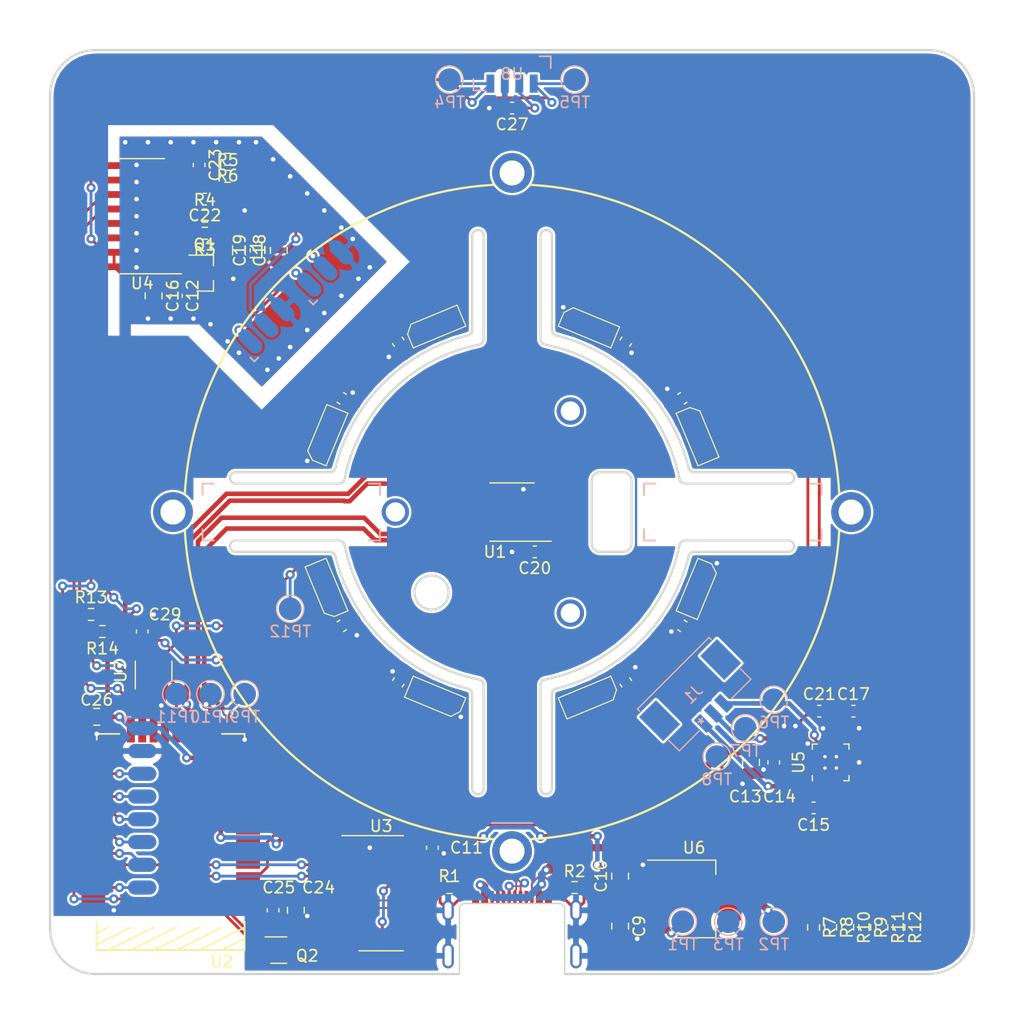
<source format=kicad_pcb>
(kicad_pcb (version 20171130) (host pcbnew 5.1.10-88a1d61d58~90~ubuntu20.04.1)
  (layers (0 F.Cu signal) (31 B.Cu signal) (34 B.Paste user) (35 F.Paste user) (36 B.SilkS user) (37 F.SilkS user) (38 B.Mask user) (39 F.Mask user) (44 Edge.Cuts user))
  (net 0 "")
  (net 1 GND)
  (net 2 +5V)
  (net 3 "Net-(D1-Pad3)")
  (net 4 "Net-(D2-Pad3)")
  (net 5 "Net-(D3-Pad3)")
  (net 6 "Net-(D4-Pad3)")
  (net 7 "Net-(D5-Pad3)")
  (net 8 "Net-(D6-Pad3)")
  (net 9 "Net-(D7-Pad3)")
  (net 10 /USB_CC1)
  (net 11 /USB_D-)
  (net 12 /USB_D+)
  (net 13 /USB_CC2)
  (net 14 +3V3)
  (net 15 "Net-(C15-Pad2)")
  (net 16 /STRAIN_E+)
  (net 17 "Net-(C21-Pad1)")
  (net 18 "Net-(C22-Pad2)")
  (net 19 "Net-(C23-Pad2)")
  (net 20 "Net-(C23-Pad1)")
  (net 21 "Net-(J1-Pad3)")
  (net 22 "Net-(J1-Pad2)")
  (net 23 "Net-(J1-Pad1)")
  (net 24 "Net-(L1-Pad1)")
  (net 25 "Net-(Q1-Pad1)")
  (net 26 "Net-(R3-Pad2)")
  (net 27 /STRAIN_S-)
  (net 28 /STRAIN_S+)
  (net 29 /RTS)
  (net 30 /DTR)
  (net 31 /ESP32_EN)
  (net 32 /ESP32_BOOT)
  (net 33 /USB_SERIAL_RXI)
  (net 34 /USB_SERIAL_TXO)
  (net 35 /LED_DATA_5V)
  (net 36 /LCD_CMD)
  (net 37 /LCD_CS)
  (net 38 /LCD_BACKLIGHT)
  (net 39 /LCD_DATA)
  (net 40 /LCD_SCK)
  (net 41 /LCD_RST)
  (net 42 /MAG_DO)
  (net 43 /MAG_CLK)
  (net 44 /MAG_CSN)
  (net 45 /STRAIN_DO)
  (net 46 /STRAIN_SCK)
  (net 47 /TMC_UH)
  (net 48 /TMC_VH)
  (net 49 /TMC_WH)
  (net 50 /TMC_UL)
  (net 51 /TMC_WL)
  (net 52 /TMC_VL)
  (net 53 /TMC_DIAG)
  (net 54 /LED_DATA_3V3)
  (net 55 /SDA)
  (net 56 /SCL)
  (module sk6812:SK6812-SIDE-A (layer F.Cu) (at -15.248051 -8.264664 247.5)
    (fp_text reference D8 hide)
    (fp_text value SK6812SIDE-A)
    (pad 4 smd custom (at 3.6 0 247.5) (size 1 0.55) (layers F.Cu F.Paste F.Mask) (net 1 GND) (options (clearance outline) (anchor rect)) (primitives (gr_poly (pts (xy 0.05 -0.525) (xy -0.5 -0.525) (xy -0.5 0.675) (xy 0.05 0.675)) (width 0))))
    (pad 3 smd rect (at 2.375 0 247.5) (size 0.45 1.2) (drill (offset 0 0.075)) (layers F.Cu F.Paste F.Mask))
    (pad 2 smd rect (at 1.35 0 247.5) (size 0.7 1.2) (drill (offset 0 0.075)) (layers F.Cu F.Paste F.Mask) (net 2 +5V))
    (pad 1 smd custom (at 0 0 247.5) (size 1 0.55) (layers F.Cu F.Paste F.Mask) (net 9 "Net-(D7-Pad3)") (options (clearance outline) (anchor rect)) (primitives (gr_poly (pts (xy -0.05 -0.525) (xy 0.5 -0.525) (xy 0.5 0.675) (xy -0.05 0.675)) (width 0))))
  )
  (module sk6812:SK6812-SIDE-A (layer F.Cu) (at -4.938 -16.626 202.5)
    (fp_text reference D7 hide)
    (fp_text value SK6812SIDE-A)
    (pad 4 smd custom (at 3.6 0 202.5) (size 1 0.55) (layers F.Cu F.Paste F.Mask) (net 1 GND) (options (clearance outline) (anchor rect)) (primitives (gr_poly (pts (xy 0.05 -0.525) (xy -0.5 -0.525) (xy -0.5 0.675) (xy 0.05 0.675)) (width 0))))
    (pad 3 smd rect (at 2.375 0 202.5) (size 0.45 1.2) (drill (offset 0 0.075)) (layers F.Cu F.Paste F.Mask) (net 9 "Net-(D7-Pad3)"))
    (pad 2 smd rect (at 1.35 0 202.5) (size 0.7 1.2) (drill (offset 0 0.075)) (layers F.Cu F.Paste F.Mask) (net 2 +5V))
    (pad 1 smd custom (at 0 0 202.5) (size 1 0.55) (layers F.Cu F.Paste F.Mask) (net 8 "Net-(D6-Pad3)") (options (clearance outline) (anchor rect)) (primitives (gr_poly (pts (xy -0.05 -0.525) (xy 0.5 -0.525) (xy 0.5 0.675) (xy -0.05 0.675)) (width 0))))
  )
  (module sk6812:SK6812-SIDE-A (layer F.Cu) (at 8.264664 -15.248051 157.5)
    (fp_text reference D6 hide)
    (fp_text value SK6812SIDE-A)
    (pad 4 smd custom (at 3.6 0 157.5) (size 1 0.55) (layers F.Cu F.Paste F.Mask) (net 1 GND) (options (clearance outline) (anchor rect)) (primitives (gr_poly (pts (xy 0.05 -0.525) (xy -0.5 -0.525) (xy -0.5 0.675) (xy 0.05 0.675)) (width 0))))
    (pad 3 smd rect (at 2.375 0 157.5) (size 0.45 1.2) (drill (offset 0 0.075)) (layers F.Cu F.Paste F.Mask) (net 8 "Net-(D6-Pad3)"))
    (pad 2 smd rect (at 1.35 0 157.5) (size 0.7 1.2) (drill (offset 0 0.075)) (layers F.Cu F.Paste F.Mask) (net 2 +5V))
    (pad 1 smd custom (at 0 0 157.5) (size 1 0.55) (layers F.Cu F.Paste F.Mask) (net 7 "Net-(D5-Pad3)") (options (clearance outline) (anchor rect)) (primitives (gr_poly (pts (xy -0.05 -0.525) (xy 0.5 -0.525) (xy 0.5 0.675) (xy -0.05 0.675)) (width 0))))
  )
  (module sk6812:SK6812-SIDE-A (layer F.Cu) (at 16.626 -4.938 112.5)
    (fp_text reference D5 hide)
    (fp_text value SK6812SIDE-A)
    (pad 4 smd custom (at 3.6 0 112.5) (size 1 0.55) (layers F.Cu F.Paste F.Mask) (net 1 GND) (options (clearance outline) (anchor rect)) (primitives (gr_poly (pts (xy 0.05 -0.525) (xy -0.5 -0.525) (xy -0.5 0.675) (xy 0.05 0.675)) (width 0))))
    (pad 3 smd rect (at 2.375 0 112.5) (size 0.45 1.2) (drill (offset 0 0.075)) (layers F.Cu F.Paste F.Mask) (net 7 "Net-(D5-Pad3)"))
    (pad 2 smd rect (at 1.35 0 112.5) (size 0.7 1.2) (drill (offset 0 0.075)) (layers F.Cu F.Paste F.Mask) (net 2 +5V))
    (pad 1 smd custom (at 0 0 112.5) (size 1 0.55) (layers F.Cu F.Paste F.Mask) (net 6 "Net-(D4-Pad3)") (options (clearance outline) (anchor rect)) (primitives (gr_poly (pts (xy -0.05 -0.525) (xy 0.5 -0.525) (xy 0.5 0.675) (xy -0.05 0.675)) (width 0))))
  )
  (module sk6812:SK6812-SIDE-A (layer F.Cu) (at 15.248051 8.264664 67.5)
    (fp_text reference D4 hide)
    (fp_text value SK6812SIDE-A)
    (pad 4 smd custom (at 3.6 0 67.5) (size 1 0.55) (layers F.Cu F.Paste F.Mask) (net 1 GND) (options (clearance outline) (anchor rect)) (primitives (gr_poly (pts (xy 0.05 -0.525) (xy -0.5 -0.525) (xy -0.5 0.675) (xy 0.05 0.675)) (width 0))))
    (pad 3 smd rect (at 2.375 0 67.5) (size 0.45 1.2) (drill (offset 0 0.075)) (layers F.Cu F.Paste F.Mask) (net 6 "Net-(D4-Pad3)"))
    (pad 2 smd rect (at 1.35 0 67.5) (size 0.7 1.2) (drill (offset 0 0.075)) (layers F.Cu F.Paste F.Mask) (net 2 +5V))
    (pad 1 smd custom (at 0 0 67.5) (size 1 0.55) (layers F.Cu F.Paste F.Mask) (net 5 "Net-(D3-Pad3)") (options (clearance outline) (anchor rect)) (primitives (gr_poly (pts (xy -0.05 -0.525) (xy 0.5 -0.525) (xy 0.5 0.675) (xy -0.05 0.675)) (width 0))))
  )
  (module sk6812:SK6812-SIDE-A (layer F.Cu) (at 4.938 16.626 22.5)
    (fp_text reference D3 hide)
    (fp_text value SK6812SIDE-A)
    (pad 4 smd custom (at 3.6 0 22.5) (size 1 0.55) (layers F.Cu F.Paste F.Mask) (net 1 GND) (options (clearance outline) (anchor rect)) (primitives (gr_poly (pts (xy 0.05 -0.525) (xy -0.5 -0.525) (xy -0.5 0.675) (xy 0.05 0.675)) (width 0))))
    (pad 3 smd rect (at 2.375 0 22.5) (size 0.45 1.2) (drill (offset 0 0.075)) (layers F.Cu F.Paste F.Mask) (net 5 "Net-(D3-Pad3)"))
    (pad 2 smd rect (at 1.35 0 22.5) (size 0.7 1.2) (drill (offset 0 0.075)) (layers F.Cu F.Paste F.Mask) (net 2 +5V))
    (pad 1 smd custom (at 0 0 22.5) (size 1 0.55) (layers F.Cu F.Paste F.Mask) (net 4 "Net-(D2-Pad3)") (options (clearance outline) (anchor rect)) (primitives (gr_poly (pts (xy -0.05 -0.525) (xy 0.5 -0.525) (xy 0.5 0.675) (xy -0.05 0.675)) (width 0))))
  )
  (module sk6812:SK6812-SIDE-A (layer F.Cu) (at -8.264664 15.248051 337.5)
    (fp_text reference D2 hide)
    (fp_text value SK6812SIDE-A)
    (pad 4 smd custom (at 3.6 0 337.5) (size 1 0.55) (layers F.Cu F.Paste F.Mask) (net 1 GND) (options (clearance outline) (anchor rect)) (primitives (gr_poly (pts (xy 0.05 -0.525) (xy -0.5 -0.525) (xy -0.5 0.675) (xy 0.05 0.675)) (width 0))))
    (pad 3 smd rect (at 2.375 0 337.5) (size 0.45 1.2) (drill (offset 0 0.075)) (layers F.Cu F.Paste F.Mask) (net 4 "Net-(D2-Pad3)"))
    (pad 2 smd rect (at 1.35 0 337.5) (size 0.7 1.2) (drill (offset 0 0.075)) (layers F.Cu F.Paste F.Mask) (net 2 +5V))
    (pad 1 smd custom (at 0 0 337.5) (size 1 0.55) (layers F.Cu F.Paste F.Mask) (net 3 "Net-(D1-Pad3)") (options (clearance outline) (anchor rect)) (primitives (gr_poly (pts (xy -0.05 -0.525) (xy 0.5 -0.525) (xy 0.5 0.675) (xy -0.05 0.675)) (width 0))))
  )
  (module sk6812:SK6812-SIDE-A (layer F.Cu) (at -16.626 4.938 292.5)
    (fp_text reference D1 hide)
    (fp_text value SK6812SIDE-A)
    (pad 4 smd custom (at 3.6 0 292.5) (size 1 0.55) (layers F.Cu F.Paste F.Mask) (net 1 GND) (options (clearance outline) (anchor rect)) (primitives (gr_poly (pts (xy 0.05 -0.525) (xy -0.5 -0.525) (xy -0.5 0.675) (xy 0.05 0.675)) (width 0))))
    (pad 3 smd rect (at 2.375 0 292.5) (size 0.45 1.2) (drill (offset 0 0.075)) (layers F.Cu F.Paste F.Mask) (net 3 "Net-(D1-Pad3)"))
    (pad 2 smd rect (at 1.35 0 292.5) (size 0.7 1.2) (drill (offset 0 0.075)) (layers F.Cu F.Paste F.Mask) (net 2 +5V))
    (pad 1 smd custom (at 0 0 292.5) (size 1 0.55) (layers F.Cu F.Paste F.Mask) (net 35 /LED_DATA_5V) (options (clearance outline) (anchor rect)) (primitives (gr_poly (pts (xy -0.05 -0.525) (xy 0.5 -0.525) (xy 0.5 0.675) (xy -0.05 0.675)) (width 0))))
  )
  (module Capacitor_SMD:C_0603_1608Metric (layer F.Cu) (at 0 -35.5 180)
    (fp_text reference C27 (at 0 -1.43) (layer F.SilkS))
    (fp_text value 0.1uF)
    (pad 2 smd roundrect (at 0.775 0 180) (size 0.9 0.95) (layers F.Cu F.Paste F.Mask) (net 1 GND))
    (pad 1 smd roundrect (at -0.775 0 180) (size 0.9 0.95) (layers F.Cu F.Paste F.Mask) (net 14 +3V3))
  )
  (module view_custom:ViewKeepouts3d (layer F.Cu) (at 0 0)
    (fp_text reference Z5 hide)
    (fp_text value dummy_keepouts)
  )
  (module Molex:532610371 (layer B.Cu) (at 16.816 18.584 45)
    (fp_text reference J1 (at 1.179454 -2.474874 45) (layer B.SilkS) (effects (justify mirror)))
    (fp_text value BLDC hide)
    (fp_text user * (at 0 0 45) (layer B.SilkS) (effects (justify mirror)))
    (pad "" smd rect (at 5.05 -2.899999 45) (size 2.1 2.999999) (layers B.Cu B.Paste B.Mask))
    (pad "" smd rect (at -2.55 -2.899999 45) (size 2.1 2.999999) (layers B.Cu B.Paste B.Mask))
    (pad 3 smd rect (at 2.5 0 45) (size 0.8 1.6) (layers B.Cu B.Paste B.Mask) (net 21 "Net-(J1-Pad3)"))
    (pad 2 smd rect (at 1.25 0 45) (size 0.8 1.6) (layers B.Cu B.Paste B.Mask) (net 22 "Net-(J1-Pad2)"))
    (pad 1 smd rect (at 0 0 45) (size 0.8 1.6) (layers B.Cu B.Paste B.Mask) (net 23 "Net-(J1-Pad1)"))
  )
  (module VEML7700:VEML7700-TOP (layer B.Cu) (at 0 -39 180)
    (fp_text reference U8 (at 0 -0.5) (layer B.SilkS) (effects (justify mirror)))
    (fp_text value VEML7700)
    (pad 4 smd rect (at 1.905 -1.35 180) (size 0.7 1.6) (layers B.Cu B.Paste B.Mask) (net 55 /SDA))
    (pad 3 smd rect (at 0.635 -1.35 180) (size 0.7 1.6) (layers B.Cu B.Paste B.Mask) (net 1 GND))
    (pad 2 smd rect (at -0.635 -1.35 180) (size 0.7 1.6) (layers B.Cu B.Paste B.Mask) (net 14 +3V3))
    (pad 1 smd rect (at -1.905 -1.35 180) (size 0.7 1.6) (layers B.Cu B.Paste B.Mask) (net 56 /SCL))
  )
  (module GCT_USB:USB4510 (layer F.Cu) (at 0 40.6)
    (fp_text reference J2)
    (fp_text value USB_C_Receptacle_USB2.0)
    (fp_line (start 4.62 0) (end 4.62 -5.7) (layer Edge.Cuts) (width 0.12))
    (fp_line (start -4.12 -6.2) (end 4.12 -6.2) (layer Edge.Cuts) (width 0.12))
    (fp_line (start -4.62 0) (end -4.62 -5.7) (layer Edge.Cuts) (width 0.12))
    (fp_arc (start 4.12 -5.7) (end 4.62 -5.7) (angle -90) (layer Edge.Cuts) (width 0.12))
    (fp_arc (start -4.12 -5.7) (end -4.12 -6.2) (angle -90) (layer Edge.Cuts) (width 0.12))
    (pad A12 smd rect (at 3.2 -6.75) (size 0.6 1.1) (layers F.Cu F.Paste F.Mask) (net 1 GND))
    (pad B1 smd rect (at 3.2 -6.75) (size 0.6 1.1) (layers F.Cu F.Paste F.Mask) (net 1 GND))
    (pad B4 smd rect (at 2.4 -6.75) (size 0.6 1.1) (layers F.Cu F.Paste F.Mask) (net 2 +5V))
    (pad A9 smd rect (at 2.4 -6.75) (size 0.6 1.1) (layers F.Cu F.Paste F.Mask) (net 2 +5V))
    (pad B5 smd rect (at 1.75 -6.75) (size 0.3 1.1) (layers F.Cu F.Paste F.Mask) (net 13 /USB_CC2))
    (pad A8 smd rect (at 1.25 -6.75) (size 0.3 1.1) (layers F.Cu F.Paste F.Mask))
    (pad B6 smd rect (at 0.75 -6.75) (size 0.3 1.1) (layers F.Cu F.Paste F.Mask) (net 12 /USB_D+))
    (pad A7 smd rect (at 0.25 -6.75) (size 0.3 1.1) (layers F.Cu F.Paste F.Mask) (net 11 /USB_D-))
    (pad A6 smd rect (at -0.25 -6.75) (size 0.3 1.1) (layers F.Cu F.Paste F.Mask) (net 12 /USB_D+))
    (pad B7 smd rect (at -0.75 -6.75) (size 0.3 1.1) (layers F.Cu F.Paste F.Mask) (net 11 /USB_D-))
    (pad A5 smd rect (at -1.25 -6.75) (size 0.3 1.1) (layers F.Cu F.Paste F.Mask) (net 10 /USB_CC1))
    (pad B8 smd rect (at -1.75 -6.75) (size 0.3 1.1) (layers F.Cu F.Paste F.Mask))
    (pad B9 smd rect (at -2.4 -6.75) (size 0.6 1.1) (layers F.Cu F.Paste F.Mask) (net 2 +5V))
    (pad B12 smd rect (at -3.2 -6.75) (size 0.6 1.1) (layers F.Cu F.Paste F.Mask) (net 1 GND))
    (pad A4 smd rect (at -2.4 -6.75) (size 0.6 1.1) (layers F.Cu F.Paste F.Mask) (net 2 +5V))
    (pad A1 smd rect (at -3.2 -6.75) (size 0.6 1.1) (layers F.Cu F.Paste F.Mask) (net 1 GND))
    (pad S1 thru_hole oval (at -5.62 -5.6) (size 1 1.8) (drill oval 0.6 1.4) (layers *.Cu *.Mask) (net 1 GND))
    (pad S1 thru_hole oval (at 5.62 -1.6) (size 1 2.2) (drill oval 0.6 1.8) (layers *.Cu *.Mask) (net 1 GND))
    (pad S1 thru_hole oval (at -5.62 -1.6) (size 1 2.2) (drill oval 0.6 1.8) (layers *.Cu *.Mask) (net 1 GND))
    (pad S1 thru_hole oval (at 5.62 -5.6) (size 1 1.8) (drill oval 0.6 1.4) (layers *.Cu *.Mask) (net 1 GND))
  )
  (module TestPoint:TestPoint_Pad_D2.0mm (layer B.Cu) (at -19.5 8.5)
    (fp_text reference TP12 (at 0 1.998) (layer B.SilkS) (effects (justify mirror)))
    (fp_text value LED)
    (pad 1 smd circle (at 0 0) (size 2 2) (layers B.Cu B.Mask) (net 35 /LED_DATA_5V))
  )
  (module TestPoint:TestPoint_Pad_D2.0mm (layer B.Cu) (at -29.5 16)
    (fp_text reference TP11 (at 0 1.998) (layer B.SilkS) (effects (justify mirror)))
    (fp_text value DO)
    (pad 1 smd circle (at 0 0) (size 2 2) (layers B.Cu B.Mask) (net 42 /MAG_DO))
  )
  (module TestPoint:TestPoint_Pad_D2.0mm (layer B.Cu) (at -26.5 16)
    (fp_text reference TP10 (at 0 1.998) (layer B.SilkS) (effects (justify mirror)))
    (fp_text value CLK)
    (pad 1 smd circle (at 0 0) (size 2 2) (layers B.Cu B.Mask) (net 43 /MAG_CLK))
  )
  (module TestPoint:TestPoint_Pad_D2.0mm (layer B.Cu) (at -23.5 16)
    (fp_text reference TP9 (at 0 1.998) (layer B.SilkS) (effects (justify mirror)))
    (fp_text value CSN)
    (pad 1 smd circle (at 0 0) (size 2 2) (layers B.Cu B.Mask) (net 44 /MAG_CSN))
  )
  (module TestPoint:TestPoint_Pad_D2.0mm (layer B.Cu) (at 18 21.5)
    (fp_text reference TP8 (at 0 1.998) (layer B.SilkS) (effects (justify mirror)))
    (fp_text value W)
    (pad 1 smd circle (at 0 0) (size 2 2) (layers B.Cu B.Mask) (net 23 "Net-(J1-Pad1)"))
  )
  (module TestPoint:TestPoint_Pad_D2.0mm (layer B.Cu) (at 20.5 19)
    (fp_text reference TP7 (at 0 1.998) (layer B.SilkS) (effects (justify mirror)))
    (fp_text value V)
    (pad 1 smd circle (at 0 0) (size 2 2) (layers B.Cu B.Mask) (net 22 "Net-(J1-Pad2)"))
  )
  (module TestPoint:TestPoint_Pad_D2.0mm (layer B.Cu) (at 23 16.5)
    (fp_text reference TP6 (at 0 1.998) (layer B.SilkS) (effects (justify mirror)))
    (fp_text value U)
    (pad 1 smd circle (at 0 0) (size 2 2) (layers B.Cu B.Mask) (net 21 "Net-(J1-Pad3)"))
  )
  (module TestPoint:TestPoint_Pad_D2.0mm (layer B.Cu) (at 5.5 -38)
    (fp_text reference TP5 (at 0 1.998) (layer B.SilkS) (effects (justify mirror)))
    (fp_text value SCL)
    (pad 1 smd circle (at 0 0) (size 2 2) (layers B.Cu B.Mask) (net 56 /SCL))
  )
  (module TestPoint:TestPoint_Pad_D2.0mm (layer B.Cu) (at -5.5 -38)
    (fp_text reference TP4 (at 0 1.998) (layer B.SilkS) (effects (justify mirror)))
    (fp_text value SDA)
    (pad 1 smd circle (at 0 0) (size 2 2) (layers B.Cu B.Mask) (net 55 /SDA))
  )
  (module TestPoint:TestPoint_Pad_D2.0mm (layer B.Cu) (at 19 36)
    (fp_text reference TP3 (at 0 1.998) (layer B.SilkS) (effects (justify mirror)))
    (fp_text value GND)
    (pad 1 smd circle (at 0 0) (size 2 2) (layers B.Cu B.Mask) (net 1 GND))
  )
  (module TestPoint:TestPoint_Pad_D2.0mm (layer B.Cu) (at 23 36)
    (fp_text reference TP2 (at 0 1.998) (layer B.SilkS) (effects (justify mirror)))
    (fp_text value 3.3v)
    (pad 1 smd circle (at 0 0) (size 2 2) (layers B.Cu B.Mask) (net 14 +3V3))
  )
  (module TestPoint:TestPoint_Pad_D2.0mm (layer B.Cu) (at 15 36)
    (fp_text reference TP1 (at 0 1.998) (layer B.SilkS) (effects (justify mirror)))
    (fp_text value 5V)
    (pad 1 smd circle (at 0 0) (size 2 2) (layers B.Cu B.Mask) (net 2 +5V))
  )
  (module view_custom:SolderPads_2mm_3 (layer B.Cu) (at -23 -15 45)
    (fp_text reference J5 hide)
    (fp_text value Strain)
    (pad 3 smd oval (at 4 0 45) (size 1.25 2.5) (layers B.Cu B.Mask) (net 1 GND))
    (pad 2 smd oval (at 2 0 45) (size 1.25 2.5) (layers B.Cu B.Mask) (net 27 /STRAIN_S-))
    (pad 1 smd oval (at 0 0 45) (size 1.25 2.5) (layers B.Cu B.Mask) (net 16 /STRAIN_E+))
  )
  (module view_custom:SolderPads_2mm_3 (layer B.Cu) (at -17.828427 -20 45)
    (fp_text reference J4 hide)
    (fp_text value Strain)
    (pad 3 smd oval (at 4 0 45) (size 1.25 2.5) (layers B.Cu B.Mask) (net 1 GND))
    (pad 2 smd oval (at 2 0 45) (size 1.25 2.5) (layers B.Cu B.Mask) (net 28 /STRAIN_S+))
    (pad 1 smd oval (at 0 0 45) (size 1.25 2.5) (layers B.Cu B.Mask) (net 16 /STRAIN_E+))
  )
  (module view_custom:SolderPads_2mm_8 (layer B.Cu) (at -32.5 19 270)
    (fp_text reference J3 hide)
    (fp_text value LCD)
    (pad 8 smd oval (at 14 0 270) (size 1.25 2.5) (layers B.Cu B.Mask) (net 36 /LCD_CMD))
    (pad 7 smd oval (at 12 0 270) (size 1.25 2.5) (layers B.Cu B.Mask) (net 37 /LCD_CS))
    (pad 6 smd oval (at 10 0 270) (size 1.25 2.5) (layers B.Cu B.Mask) (net 38 /LCD_BACKLIGHT))
    (pad 5 smd oval (at 8 0 270) (size 1.25 2.5) (layers B.Cu B.Mask) (net 39 /LCD_DATA))
    (pad 4 smd oval (at 6 0 270) (size 1.25 2.5) (layers B.Cu B.Mask) (net 40 /LCD_SCK))
    (pad 3 smd oval (at 4 0 270) (size 1.25 2.5) (layers B.Cu B.Mask) (net 41 /LCD_RST))
    (pad 2 smd oval (at 2 0 270) (size 1.25 2.5) (layers B.Cu B.Mask) (net 1 GND))
    (pad 1 smd oval (at 0 0 270) (size 1.25 2.5) (layers B.Cu B.Mask) (net 14 +3V3))
  )
  (module Resistor_SMD:R_0603_1608Metric (layer F.Cu) (at -36 10.5 180)
    (fp_text reference R14 (at 0 -1.5) (layer F.SilkS))
    (fp_text value 2.2k)
    (pad 2 smd roundrect (at 0.825 0 180) (size 0.8 0.95) (layers F.Cu F.Paste F.Mask) (net 56 /SCL))
    (pad 1 smd roundrect (at -0.825 0 180) (size 0.8 0.95) (layers F.Cu F.Paste F.Mask) (net 14 +3V3))
  )
  (module Resistor_SMD:R_0603_1608Metric (layer F.Cu) (at -37 9 180)
    (fp_text reference R13 (at 0 1.5) (layer F.SilkS))
    (fp_text value 2.2k)
    (pad 2 smd roundrect (at 0.825 0 180) (size 0.8 0.95) (layers F.Cu F.Paste F.Mask) (net 55 /SDA))
    (pad 1 smd roundrect (at -0.825 0 180) (size 0.8 0.95) (layers F.Cu F.Paste F.Mask) (net 14 +3V3))
  )
  (module Capacitor_SMD:C_0603_1608Metric (layer F.Cu) (at -14.967 -10 326.2)
    (fp_text reference C8 hide)
    (fp_text value 0.1uF)
    (pad 1 smd roundrect (at -0.775 0 326.2) (size 0.9 0.95) (layers F.Cu F.Paste F.Mask) (net 2 +5V))
    (pad 2 smd roundrect (at 0.775 0 326.2) (size 0.9 0.95) (layers F.Cu F.Paste F.Mask) (net 1 GND))
  )
  (module Capacitor_SMD:C_0603_1608Metric (layer F.Cu) (at -10 -14.967 303.7)
    (fp_text reference C7 hide)
    (fp_text value 0.1uF)
    (pad 1 smd roundrect (at -0.775 0 303.7) (size 0.9 0.95) (layers F.Cu F.Paste F.Mask) (net 2 +5V))
    (pad 2 smd roundrect (at 0.775 0 303.7) (size 0.9 0.95) (layers F.Cu F.Paste F.Mask) (net 1 GND))
  )
  (module Capacitor_SMD:C_0603_1608Metric (layer F.Cu) (at 10 -14.967 236.2)
    (fp_text reference C6 hide)
    (fp_text value 0.1uF)
    (pad 1 smd roundrect (at -0.775 0 236.2) (size 0.9 0.95) (layers F.Cu F.Paste F.Mask) (net 2 +5V))
    (pad 2 smd roundrect (at 0.775 0 236.2) (size 0.9 0.95) (layers F.Cu F.Paste F.Mask) (net 1 GND))
  )
  (module Capacitor_SMD:C_0603_1608Metric (layer F.Cu) (at 14.967 -10 213.7)
    (fp_text reference C5 hide)
    (fp_text value 0.1uF)
    (pad 1 smd roundrect (at -0.775 0 213.7) (size 0.9 0.95) (layers F.Cu F.Paste F.Mask) (net 2 +5V))
    (pad 2 smd roundrect (at 0.775 0 213.7) (size 0.9 0.95) (layers F.Cu F.Paste F.Mask) (net 1 GND))
  )
  (module Capacitor_SMD:C_0603_1608Metric (layer F.Cu) (at 14.967 10 146.2)
    (fp_text reference C4 hide)
    (fp_text value 0.1uF)
    (pad 1 smd roundrect (at -0.775 0 146.2) (size 0.9 0.95) (layers F.Cu F.Paste F.Mask) (net 2 +5V))
    (pad 2 smd roundrect (at 0.775 0 146.2) (size 0.9 0.95) (layers F.Cu F.Paste F.Mask) (net 1 GND))
  )
  (module Capacitor_SMD:C_0603_1608Metric (layer F.Cu) (at 10 14.967 123.7)
    (fp_text reference C3 hide)
    (fp_text value 0.1uF)
    (pad 1 smd roundrect (at -0.775 0 123.7) (size 0.9 0.95) (layers F.Cu F.Paste F.Mask) (net 2 +5V))
    (pad 2 smd roundrect (at 0.775 0 123.7) (size 0.9 0.95) (layers F.Cu F.Paste F.Mask) (net 1 GND))
  )
  (module Resistor_SMD:R_0603_1608Metric (layer F.Cu) (at 34 36.5 270)
    (fp_text reference R12 (at 0 -1.43 90) (layer F.SilkS))
    (fp_text value 10k)
    (pad 2 smd roundrect (at 0.825 0 270) (size 0.8 0.95) (layers F.Cu F.Paste F.Mask) (net 1 GND))
    (pad 1 smd roundrect (at -0.825 0 270) (size 0.8 0.95) (layers F.Cu F.Paste F.Mask) (net 51 /TMC_WL))
  )
  (module Resistor_SMD:R_0603_1608Metric (layer F.Cu) (at 32.5 36.5 270)
    (fp_text reference R11 (at 0 -1.43 90) (layer F.SilkS))
    (fp_text value 10k)
    (pad 2 smd roundrect (at 0.825 0 270) (size 0.8 0.95) (layers F.Cu F.Paste F.Mask) (net 1 GND))
    (pad 1 smd roundrect (at -0.825 0 270) (size 0.8 0.95) (layers F.Cu F.Paste F.Mask) (net 49 /TMC_WH))
  )
  (module Resistor_SMD:R_0603_1608Metric (layer F.Cu) (at 29.5 36.5 270)
    (fp_text reference R10 (at 0 -1.43 90) (layer F.SilkS))
    (fp_text value 10k)
    (pad 2 smd roundrect (at 0.825 0 270) (size 0.8 0.95) (layers F.Cu F.Paste F.Mask) (net 1 GND))
    (pad 1 smd roundrect (at -0.825 0 270) (size 0.8 0.95) (layers F.Cu F.Paste F.Mask) (net 52 /TMC_VL))
  )
  (module Resistor_SMD:R_0603_1608Metric (layer F.Cu) (at 31 36.5 270)
    (fp_text reference R9 (at 0 -1.43 90) (layer F.SilkS))
    (fp_text value 10k)
    (pad 2 smd roundrect (at 0.825 0 270) (size 0.8 0.95) (layers F.Cu F.Paste F.Mask) (net 1 GND))
    (pad 1 smd roundrect (at -0.825 0 270) (size 0.8 0.95) (layers F.Cu F.Paste F.Mask) (net 48 /TMC_VH))
  )
  (module Resistor_SMD:R_0603_1608Metric (layer F.Cu) (at 28 36.5 270)
    (fp_text reference R8 (at 0 -1.43 90) (layer F.SilkS))
    (fp_text value 10k)
    (pad 2 smd roundrect (at 0.825 0 270) (size 0.8 0.95) (layers F.Cu F.Paste F.Mask) (net 1 GND))
    (pad 1 smd roundrect (at -0.825 0 270) (size 0.8 0.95) (layers F.Cu F.Paste F.Mask) (net 50 /TMC_UL))
  )
  (module Resistor_SMD:R_0603_1608Metric (layer F.Cu) (at 26.5 36.5 270)
    (fp_text reference R7 (at 0 -1.43 90) (layer F.SilkS))
    (fp_text value 10k)
    (pad 2 smd roundrect (at 0.825 0 270) (size 0.8 0.95) (layers F.Cu F.Paste F.Mask) (net 1 GND))
    (pad 1 smd roundrect (at -0.825 0 270) (size 0.8 0.95) (layers F.Cu F.Paste F.Mask) (net 47 /TMC_UH))
  )
  (module Capacitor_SMD:C_0603_1608Metric (layer F.Cu) (at -29.5 -19 270)
    (fp_text reference C12 (at 0 -1.43 90) (layer F.SilkS))
    (fp_text value 0.1uF)
    (pad 2 smd roundrect (at 0.775 0 270) (size 0.9 0.95) (layers F.Cu F.Paste F.Mask) (net 1 GND))
    (pad 1 smd roundrect (at -0.775 0 270) (size 0.9 0.95) (layers F.Cu F.Paste F.Mask) (net 14 +3V3))
  )
  (module Package_TO_SOT_SMD:SOT-23-5 (layer F.Cu) (at -31.5 14 90)
    (fp_text reference U7 (at 0 -2.9 90) (layer F.SilkS))
    (fp_text value SN74LV1T34DBV)
    (pad 5 smd rect (at 1.1 -0.95 90) (size 1.06 0.65) (layers F.Cu F.Paste F.Mask) (net 2 +5V))
    (pad 4 smd rect (at 1.1 0.95 90) (size 1.06 0.65) (layers F.Cu F.Paste F.Mask) (net 35 /LED_DATA_5V))
    (pad 3 smd rect (at -1.1 0.95 90) (size 1.06 0.65) (layers F.Cu F.Paste F.Mask) (net 1 GND))
    (pad 2 smd rect (at -1.1 0 90) (size 1.06 0.65) (layers F.Cu F.Paste F.Mask) (net 54 /LED_DATA_3V3))
    (pad 1 smd rect (at -1.1 -0.95 90) (size 1.06 0.65) (layers F.Cu F.Paste F.Mask))
  )
  (module Capacitor_SMD:C_0603_1608Metric (layer F.Cu) (at -32.5 10.5 90)
    (fp_text reference C29 (at 1.5 2 180) (layer F.SilkS))
    (fp_text value 0.1uF)
    (pad 2 smd roundrect (at 0.775 0 90) (size 0.9 0.95) (layers F.Cu F.Paste F.Mask) (net 1 GND))
    (pad 1 smd roundrect (at -0.775 0 90) (size 0.9 0.95) (layers F.Cu F.Paste F.Mask) (net 2 +5V))
  )
  (module strain:BF350-3AA (layer B.Cu) (at -23.2 0 270)
    (fp_text reference Z4)
    (fp_text value strain)
  )
  (module strain:BF350-3AA (layer B.Cu) (at -15.6 0 90)
    (fp_text reference Z3)
    (fp_text value strain)
  )
  (module strain:BF350-3AA (layer B.Cu) (at 23.2 0 90)
    (fp_text reference Z2)
    (fp_text value strain)
  )
  (module strain:BF350-3AA (layer B.Cu) (at 15.6 0 270)
    (fp_text reference Z1)
    (fp_text value strain)
  )
  (module Package_TO_SOT_SMD:SOT-363_SC-70-6 (layer F.Cu) (at -20.5 38.5)
    (fp_text reference Q2 (at 2.5 0.5) (layer F.SilkS))
    (fp_text value UMH3N)
    (pad 6 smd rect (at 0.95 -0.65) (size 0.65 0.4) (layers F.Cu F.Paste F.Mask) (net 31 /ESP32_EN))
    (pad 4 smd rect (at 0.95 0.65) (size 0.65 0.4) (layers F.Cu F.Paste F.Mask) (net 30 /DTR))
    (pad 2 smd rect (at -0.95 0) (size 0.65 0.4) (layers F.Cu F.Paste F.Mask) (net 30 /DTR))
    (pad 5 smd rect (at 0.95 0) (size 0.65 0.4) (layers F.Cu F.Paste F.Mask) (net 29 /RTS))
    (pad 3 smd rect (at -0.95 0.65) (size 0.65 0.4) (layers F.Cu F.Paste F.Mask) (net 32 /ESP32_BOOT))
    (pad 1 smd rect (at -0.95 -0.65) (size 0.65 0.4) (layers F.Cu F.Paste F.Mask) (net 29 /RTS))
  )
  (module Capacitor_SMD:C_0805_2012Metric (layer F.Cu) (at -36.5 18 180)
    (fp_text reference C26 (at 0 1.5) (layer F.SilkS))
    (fp_text value 10uF)
    (pad 2 smd roundrect (at 0.95 0 180) (size 1 1.45) (layers F.Cu F.Paste F.Mask) (net 1 GND))
    (pad 1 smd roundrect (at -0.95 0 180) (size 1 1.45) (layers F.Cu F.Paste F.Mask) (net 14 +3V3))
  )
  (module Capacitor_SMD:C_0603_1608Metric (layer F.Cu) (at -21 35 270)
    (fp_text reference C25 (at -2 -0.5 180) (layer F.SilkS))
    (fp_text value 0.1uF)
    (pad 2 smd roundrect (at 0.775 0 270) (size 0.9 0.95) (layers F.Cu F.Paste F.Mask) (net 1 GND))
    (pad 1 smd roundrect (at -0.775 0 270) (size 0.9 0.95) (layers F.Cu F.Paste F.Mask) (net 14 +3V3))
  )
  (module Capacitor_SMD:C_0805_2012Metric (layer F.Cu) (at -19 35 270)
    (fp_text reference C24 (at -2 -2 180) (layer F.SilkS))
    (fp_text value 10uF)
    (pad 2 smd roundrect (at 0.95 0 270) (size 1 1.45) (layers F.Cu F.Paste F.Mask) (net 1 GND))
    (pad 1 smd roundrect (at -0.95 0 270) (size 1 1.45) (layers F.Cu F.Paste F.Mask) (net 14 +3V3))
  )
  (module Package_TO_SOT_SMD:SOT-223-3_TabPin2 (layer F.Cu) (at 16 34)
    (fp_text reference U6 (at 0 -4.5) (layer F.SilkS))
    (fp_text value AP1117-33)
    (pad 1 smd rect (at -3.15 -2.3) (size 2 1.5) (layers F.Cu F.Paste F.Mask) (net 1 GND))
    (pad 3 smd rect (at -3.15 2.3) (size 2 1.5) (layers F.Cu F.Paste F.Mask) (net 2 +5V))
    (pad 2 smd rect (at -3.15 0) (size 2 1.5) (layers F.Cu F.Paste F.Mask) (net 14 +3V3))
    (pad 2 smd rect (at 3.15 0) (size 2 3.8) (layers F.Cu F.Paste F.Mask) (net 14 +3V3))
  )
  (module Resistor_SMD:R_0603_1608Metric (layer F.Cu) (at -25 -31 180)
    (fp_text reference R6 (at 0 -1.43) (layer F.SilkS))
    (fp_text value 100)
    (pad 2 smd roundrect (at 0.825 0 180) (size 0.8 0.95) (layers F.Cu F.Paste F.Mask) (net 20 "Net-(C23-Pad1)"))
    (pad 1 smd roundrect (at -0.825 0 180) (size 0.8 0.95) (layers F.Cu F.Paste F.Mask) (net 28 /STRAIN_S+))
  )
  (module Resistor_SMD:R_0603_1608Metric (layer F.Cu) (at -25 -29.5)
    (fp_text reference R5 (at 0 -1.43) (layer F.SilkS))
    (fp_text value 100)
    (pad 2 smd roundrect (at 0.825 0) (size 0.8 0.95) (layers F.Cu F.Paste F.Mask) (net 27 /STRAIN_S-))
    (pad 1 smd roundrect (at -0.825 0) (size 0.8 0.95) (layers F.Cu F.Paste F.Mask) (net 19 "Net-(C23-Pad2)"))
  )
  (module Resistor_SMD:R_0603_1608Metric (layer F.Cu) (at -27 -26)
    (fp_text reference R4 (at 0 -1.43) (layer F.SilkS))
    (fp_text value 8.2k)
    (pad 2 smd roundrect (at 0.825 0) (size 0.8 0.95) (layers F.Cu F.Paste F.Mask) (net 1 GND))
    (pad 1 smd roundrect (at -0.825 0) (size 0.8 0.95) (layers F.Cu F.Paste F.Mask) (net 26 "Net-(R3-Pad2)"))
  )
  (module Resistor_SMD:R_0603_1608Metric (layer F.Cu) (at -27 -24.5 180)
    (fp_text reference R3 (at 0 -1.43) (layer F.SilkS))
    (fp_text value 20k)
    (pad 2 smd roundrect (at 0.825 0 180) (size 0.8 0.95) (layers F.Cu F.Paste F.Mask) (net 26 "Net-(R3-Pad2)"))
    (pad 1 smd roundrect (at -0.825 0 180) (size 0.8 0.95) (layers F.Cu F.Paste F.Mask) (net 24 "Net-(L1-Pad1)"))
  )
  (module Package_TO_SOT_SMD:SOT-23 (layer F.Cu) (at -27 -21)
    (fp_text reference Q1 (at 0 -2.5) (layer F.SilkS))
    (fp_text value MMBT4403)
    (pad 3 smd rect (at 1 0) (size 0.9 0.8) (layers F.Cu F.Paste F.Mask) (net 24 "Net-(L1-Pad1)"))
    (pad 2 smd rect (at -1 0.95) (size 0.9 0.8) (layers F.Cu F.Paste F.Mask) (net 14 +3V3))
    (pad 1 smd rect (at -1 -0.95) (size 0.9 0.8) (layers F.Cu F.Paste F.Mask) (net 25 "Net-(Q1-Pad1)"))
  )
  (module Inductor_SMD:L_0805_2012Metric (layer F.Cu) (at -24 -23 270)
    (fp_text reference L1 (at 0 -1.55 90) (layer F.SilkS))
    (fp_text value 3.3uH)
    (pad 2 smd roundrect (at 1.0625 0 270) (size 0.875 1.2) (layers F.Cu F.Paste F.Mask) (net 16 /STRAIN_E+))
    (pad 1 smd roundrect (at -1.0625 0 270) (size 0.875 1.2) (layers F.Cu F.Paste F.Mask) (net 24 "Net-(L1-Pad1)"))
  )
  (module Capacitor_SMD:C_0603_1608Metric (layer F.Cu) (at -27.5 -30.5 270)
    (fp_text reference C23 (at 0 -1.43 90) (layer F.SilkS))
    (fp_text value 0.1uF)
    (pad 2 smd roundrect (at 0.775 0 270) (size 0.9 0.95) (layers F.Cu F.Paste F.Mask) (net 19 "Net-(C23-Pad2)"))
    (pad 1 smd roundrect (at -0.775 0 270) (size 0.9 0.95) (layers F.Cu F.Paste F.Mask) (net 20 "Net-(C23-Pad1)"))
  )
  (module Capacitor_SMD:C_0603_1608Metric (layer F.Cu) (at -27 -27.5 180)
    (fp_text reference C22 (at 0 -1.43) (layer F.SilkS))
    (fp_text value 0.1uF)
    (pad 2 smd roundrect (at 0.775 0 180) (size 0.9 0.95) (layers F.Cu F.Paste F.Mask) (net 18 "Net-(C22-Pad2)"))
    (pad 1 smd roundrect (at -0.775 0 180) (size 0.9 0.95) (layers F.Cu F.Paste F.Mask) (net 1 GND))
  )
  (module Capacitor_SMD:C_0603_1608Metric (layer F.Cu) (at 27 17.5 180)
    (fp_text reference C21 (at 0 1.5) (layer F.SilkS))
    (fp_text value 0.1uF)
    (pad 2 smd roundrect (at 0.775 0 180) (size 0.9 0.95) (layers F.Cu F.Paste F.Mask) (net 1 GND))
    (pad 1 smd roundrect (at -0.775 0 180) (size 0.9 0.95) (layers F.Cu F.Paste F.Mask) (net 17 "Net-(C21-Pad1)"))
  )
  (module Capacitor_SMD:C_0603_1608Metric (layer F.Cu) (at 2 3.5 180)
    (fp_text reference C20 (at 0 -1.43) (layer F.SilkS))
    (fp_text value 0.1uF)
    (pad 2 smd roundrect (at 0.775 0 180) (size 0.9 0.95) (layers F.Cu F.Paste F.Mask) (net 1 GND))
    (pad 1 smd roundrect (at -0.775 0 180) (size 0.9 0.95) (layers F.Cu F.Paste F.Mask) (net 14 +3V3))
  )
  (module Capacitor_SMD:C_0603_1608Metric (layer F.Cu) (at -22.5 -23 90)
    (fp_text reference C19 (at 0 -1.43 90) (layer F.SilkS))
    (fp_text value 0.1uF)
    (pad 2 smd roundrect (at 0.775 0 90) (size 0.9 0.95) (layers F.Cu F.Paste F.Mask) (net 1 GND))
    (pad 1 smd roundrect (at -0.775 0 90) (size 0.9 0.95) (layers F.Cu F.Paste F.Mask) (net 16 /STRAIN_E+))
  )
  (module Capacitor_SMD:C_0805_2012Metric (layer F.Cu) (at -20.5 -23 90)
    (fp_text reference C18 (at 0 -1.68 90) (layer F.SilkS))
    (fp_text value 10uF)
    (pad 2 smd roundrect (at 0.95 0 90) (size 1 1.45) (layers F.Cu F.Paste F.Mask) (net 1 GND))
    (pad 1 smd roundrect (at -0.95 0 90) (size 1 1.45) (layers F.Cu F.Paste F.Mask) (net 16 /STRAIN_E+))
  )
  (module Capacitor_SMD:C_0603_1608Metric (layer F.Cu) (at 30 17.5)
    (fp_text reference C17 (at 0 -1.5) (layer F.SilkS))
    (fp_text value 0.1uF)
    (pad 2 smd roundrect (at 0.775 0) (size 0.9 0.95) (layers F.Cu F.Paste F.Mask) (net 1 GND))
    (pad 1 smd roundrect (at -0.775 0) (size 0.9 0.95) (layers F.Cu F.Paste F.Mask) (net 14 +3V3))
  )
  (module Capacitor_SMD:C_0805_2012Metric (layer F.Cu) (at -31.5 -19 270)
    (fp_text reference C16 (at 0 -1.68 90) (layer F.SilkS))
    (fp_text value 10uF)
    (pad 2 smd roundrect (at 0.95 0 270) (size 1 1.45) (layers F.Cu F.Paste F.Mask) (net 1 GND))
    (pad 1 smd roundrect (at -0.95 0 270) (size 1 1.45) (layers F.Cu F.Paste F.Mask) (net 14 +3V3))
  )
  (module Capacitor_SMD:C_0603_1608Metric (layer F.Cu) (at 26.5 26)
    (fp_text reference C15 (at 0 1.5) (layer F.SilkS))
    (fp_text value 0.1uF)
    (pad 2 smd roundrect (at 0.775 0) (size 0.9 0.95) (layers F.Cu F.Paste F.Mask) (net 15 "Net-(C15-Pad2)"))
    (pad 1 smd roundrect (at -0.775 0) (size 0.9 0.95) (layers F.Cu F.Paste F.Mask) (net 2 +5V))
  )
  (module Capacitor_SMD:C_0603_1608Metric (layer F.Cu) (at 23 22 270)
    (fp_text reference C14 (at 3 -0.5 180) (layer F.SilkS))
    (fp_text value 0.1uF)
    (pad 2 smd roundrect (at 0.775 0 270) (size 0.9 0.95) (layers F.Cu F.Paste F.Mask) (net 1 GND))
    (pad 1 smd roundrect (at -0.775 0 270) (size 0.9 0.95) (layers F.Cu F.Paste F.Mask) (net 2 +5V))
  )
  (module Capacitor_SMD:C_0805_2012Metric (layer F.Cu) (at 21 22 270)
    (fp_text reference C13 (at 3 0.5 180) (layer F.SilkS))
    (fp_text value 22uF)
    (pad 2 smd roundrect (at 0.95 0 270) (size 1 1.45) (layers F.Cu F.Paste F.Mask) (net 1 GND))
    (pad 1 smd roundrect (at -0.95 0 270) (size 1 1.45) (layers F.Cu F.Paste F.Mask) (net 2 +5V))
  )
  (module Capacitor_SMD:C_0603_1608Metric (layer F.Cu) (at -7 29.5 270)
    (fp_text reference C11 (at 0 -3 180) (layer F.SilkS))
    (fp_text value 0.1uF)
    (pad 2 smd roundrect (at 0.775 0 270) (size 0.9 0.95) (layers F.Cu F.Paste F.Mask) (net 1 GND))
    (pad 1 smd roundrect (at -0.775 0 270) (size 0.9 0.95) (layers F.Cu F.Paste F.Mask) (net 14 +3V3))
  )
  (module Capacitor_SMD:C_0805_2012Metric (layer F.Cu) (at 9.5 32 90)
    (fp_text reference C10 (at 0 -1.68 90) (layer F.SilkS))
    (fp_text value 10uF)
    (pad 2 smd roundrect (at 0.95 0 90) (size 1 1.45) (layers F.Cu F.Paste F.Mask) (net 1 GND))
    (pad 1 smd roundrect (at -0.95 0 90) (size 1 1.45) (layers F.Cu F.Paste F.Mask) (net 14 +3V3))
  )
  (module Capacitor_SMD:C_0805_2012Metric (layer F.Cu) (at 9.5 36.4 270)
    (fp_text reference C9 (at 0 -1.68 90) (layer F.SilkS))
    (fp_text value 10uF)
    (pad 2 smd roundrect (at 0.95 0 270) (size 1 1.45) (layers F.Cu F.Paste F.Mask) (net 1 GND))
    (pad 1 smd roundrect (at -0.95 0 270) (size 1 1.45) (layers F.Cu F.Paste F.Mask) (net 2 +5V))
  )
  (module Modified:QFN-20-1EP_3x3mm_P0.4mm_EP1.65x1.65mm_ThermalVias_LargerViaHoles (layer F.Cu) (at 28 22 90)
    (fp_text reference U5 (at 0 -2.82 90) (layer F.SilkS))
    (fp_text value TMC6300)
    (pad PAD thru_hole circle (at -0.5 0.5 90) (size 0.6 0.6) (drill 0.3) (layers *.Cu) (net 1 GND))
    (pad PAD thru_hole circle (at 0.5 0.5 90) (size 0.6 0.6) (drill 0.3) (layers *.Cu) (net 1 GND))
    (pad PAD thru_hole circle (at 0.5 -0.5 90) (size 0.6 0.6) (drill 0.3) (layers *.Cu) (net 1 GND))
    (pad 1 smd roundrect (at -1.45 -0.8 90) (size 0.85 0.2) (layers F.Cu F.Paste F.Mask) (net 23 "Net-(J1-Pad1)"))
    (pad 2 smd roundrect (at -1.45 -0.4 90) (size 0.85 0.2) (layers F.Cu F.Paste F.Mask) (net 15 "Net-(C15-Pad2)"))
    (pad 3 smd roundrect (at -1.45 0 90) (size 0.85 0.2) (layers F.Cu F.Paste F.Mask) (net 47 /TMC_UH))
    (pad 4 smd roundrect (at -1.45 0.4 90) (size 0.85 0.2) (layers F.Cu F.Paste F.Mask) (net 48 /TMC_VH))
    (pad 5 smd roundrect (at -1.45 0.8 90) (size 0.85 0.2) (layers F.Cu F.Paste F.Mask) (net 49 /TMC_WH))
    (pad 6 smd roundrect (at -0.8 1.45 90) (size 0.2 0.85) (layers F.Cu F.Paste F.Mask) (net 50 /TMC_UL))
    (pad 7 smd roundrect (at -0.4 1.45 90) (size 0.2 0.85) (layers F.Cu F.Paste F.Mask) (net 51 /TMC_WL))
    (pad 8 smd roundrect (at 0 1.45 90) (size 0.2 0.85) (layers F.Cu F.Paste F.Mask) (net 1 GND))
    (pad 9 smd roundrect (at 0.4 1.45 90) (size 0.2 0.85) (layers F.Cu F.Paste F.Mask) (net 1 GND))
    (pad 10 smd roundrect (at 0.8 1.45 90) (size 0.2 0.85) (layers F.Cu F.Paste F.Mask) (net 52 /TMC_VL))
    (pad 11 smd roundrect (at 1.45 0.8 90) (size 0.85 0.2) (layers F.Cu F.Paste F.Mask) (net 14 +3V3))
    (pad 12 smd roundrect (at 1.45 0.4 90) (size 0.85 0.2) (layers F.Cu F.Paste F.Mask) (net 53 /TMC_DIAG))
    (pad 13 smd roundrect (at 1.45 0 90) (size 0.85 0.2) (layers F.Cu F.Paste F.Mask) (net 17 "Net-(C21-Pad1)"))
    (pad 14 smd roundrect (at 1.45 -0.4 90) (size 0.85 0.2) (layers F.Cu F.Paste F.Mask) (net 1 GND))
    (pad 15 smd roundrect (at 1.45 -0.8 90) (size 0.85 0.2) (layers F.Cu F.Paste F.Mask) (net 21 "Net-(J1-Pad3)"))
    (pad 16 smd roundrect (at 0.8 -1.45 90) (size 0.2 0.85) (layers F.Cu F.Paste F.Mask) (net 1 GND))
    (pad 17 smd roundrect (at 0.4 -1.45 90) (size 0.2 0.85) (layers F.Cu F.Paste F.Mask) (net 22 "Net-(J1-Pad2)"))
    (pad 18 smd roundrect (at 0 -1.45 90) (size 0.2 0.85) (layers F.Cu F.Paste F.Mask) (net 2 +5V))
    (pad 19 smd roundrect (at -0.4 -1.45 90) (size 0.2 0.85) (layers F.Cu F.Paste F.Mask))
    (pad 20 smd roundrect (at -0.8 -1.45 90) (size 0.2 0.85) (layers F.Cu F.Paste F.Mask) (net 1 GND))
    (pad PAD smd rect (at 0 0 90) (size 1.65 1.65) (layers F.Cu F.Mask) (net 1 GND))
    (pad PAD thru_hole circle (at -0.5 -0.5 90) (size 0.6 0.6) (drill 0.3) (layers *.Cu) (net 1 GND))
    (pad PAD smd rect (at 0 0 90) (size 1.65 1.65) (layers B.Cu) (net 1 GND))
  )
  (module Package_SO:SOIC-16_3.9x9.9mm_P1.27mm (layer F.Cu) (at -32.5 -26 180)
    (fp_text reference U4 (at 0 -5.9) (layer F.SilkS))
    (fp_text value HX711)
    (pad 1 smd roundrect (at -2.475 -4.445 180) (size 1.95 0.6) (layers F.Cu F.Paste F.Mask) (net 14 +3V3))
    (pad 2 smd roundrect (at -2.475 -3.175 180) (size 1.95 0.6) (layers F.Cu F.Paste F.Mask) (net 25 "Net-(Q1-Pad1)"))
    (pad 3 smd roundrect (at -2.475 -1.905 180) (size 1.95 0.6) (layers F.Cu F.Paste F.Mask) (net 24 "Net-(L1-Pad1)"))
    (pad 4 smd roundrect (at -2.475 -0.635 180) (size 1.95 0.6) (layers F.Cu F.Paste F.Mask) (net 26 "Net-(R3-Pad2)"))
    (pad 5 smd roundrect (at -2.475 0.635 180) (size 1.95 0.6) (layers F.Cu F.Paste F.Mask) (net 1 GND))
    (pad 6 smd roundrect (at -2.475 1.905 180) (size 1.95 0.6) (layers F.Cu F.Paste F.Mask) (net 18 "Net-(C22-Pad2)"))
    (pad 7 smd roundrect (at -2.475 3.175 180) (size 1.95 0.6) (layers F.Cu F.Paste F.Mask) (net 19 "Net-(C23-Pad2)"))
    (pad 8 smd roundrect (at -2.475 4.445 180) (size 1.95 0.6) (layers F.Cu F.Paste F.Mask) (net 20 "Net-(C23-Pad1)"))
    (pad 9 smd roundrect (at 2.475 4.445 180) (size 1.95 0.6) (layers F.Cu F.Paste F.Mask) (net 1 GND))
    (pad 10 smd roundrect (at 2.475 3.175 180) (size 1.95 0.6) (layers F.Cu F.Paste F.Mask) (net 1 GND))
    (pad 11 smd roundrect (at 2.475 1.905 180) (size 1.95 0.6) (layers F.Cu F.Paste F.Mask) (net 46 /STRAIN_SCK))
    (pad 12 smd roundrect (at 2.475 0.635 180) (size 1.95 0.6) (layers F.Cu F.Paste F.Mask) (net 45 /STRAIN_DO))
    (pad 13 smd roundrect (at 2.475 -0.635 180) (size 1.95 0.6) (layers F.Cu F.Paste F.Mask))
    (pad 14 smd roundrect (at 2.475 -1.905 180) (size 1.95 0.6) (layers F.Cu F.Paste F.Mask) (net 1 GND))
    (pad 15 smd roundrect (at 2.475 -3.175 180) (size 1.95 0.6) (layers F.Cu F.Paste F.Mask) (net 14 +3V3))
    (pad 16 smd roundrect (at 2.475 -4.445 180) (size 1.95 0.6) (layers F.Cu F.Paste F.Mask) (net 14 +3V3))
  )
  (module Package_SO:SOIC-16_3.9x9.9mm_P1.27mm (layer F.Cu) (at -11.5 33.5)
    (fp_text reference U3 (at 0 -5.9) (layer F.SilkS))
    (fp_text value CH340C)
    (pad 16 smd roundrect (at 2.475 -4.445) (size 1.95 0.6) (layers F.Cu F.Paste F.Mask) (net 14 +3V3))
    (pad 15 smd roundrect (at 2.475 -3.175) (size 1.95 0.6) (layers F.Cu F.Paste F.Mask))
    (pad 14 smd roundrect (at 2.475 -1.905) (size 1.95 0.6) (layers F.Cu F.Paste F.Mask) (net 29 /RTS))
    (pad 13 smd roundrect (at 2.475 -0.635) (size 1.95 0.6) (layers F.Cu F.Paste F.Mask) (net 30 /DTR))
    (pad 12 smd roundrect (at 2.475 0.635) (size 1.95 0.6) (layers F.Cu F.Paste F.Mask))
    (pad 11 smd roundrect (at 2.475 1.905) (size 1.95 0.6) (layers F.Cu F.Paste F.Mask))
    (pad 10 smd roundrect (at 2.475 3.175) (size 1.95 0.6) (layers F.Cu F.Paste F.Mask))
    (pad 9 smd roundrect (at 2.475 4.445) (size 1.95 0.6) (layers F.Cu F.Paste F.Mask))
    (pad 8 smd roundrect (at -2.475 4.445) (size 1.95 0.6) (layers F.Cu F.Paste F.Mask))
    (pad 7 smd roundrect (at -2.475 3.175) (size 1.95 0.6) (layers F.Cu F.Paste F.Mask))
    (pad 6 smd roundrect (at -2.475 1.905) (size 1.95 0.6) (layers F.Cu F.Paste F.Mask) (net 11 /USB_D-))
    (pad 5 smd roundrect (at -2.475 0.635) (size 1.95 0.6) (layers F.Cu F.Paste F.Mask) (net 12 /USB_D+))
    (pad 4 smd roundrect (at -2.475 -0.635) (size 1.95 0.6) (layers F.Cu F.Paste F.Mask) (net 14 +3V3))
    (pad 3 smd roundrect (at -2.475 -1.905) (size 1.95 0.6) (layers F.Cu F.Paste F.Mask) (net 33 /USB_SERIAL_RXI))
    (pad 2 smd roundrect (at -2.475 -3.175) (size 1.95 0.6) (layers F.Cu F.Paste F.Mask) (net 34 /USB_SERIAL_TXO))
    (pad 1 smd roundrect (at -2.475 -4.445) (size 1.95 0.6) (layers F.Cu F.Paste F.Mask) (net 1 GND))
  )
  (module lilygo_micro32:T-Micro32 (layer F.Cu) (at -23.5 35 180)
    (fp_text reference U2 (at 2 -4.5) (layer F.SilkS))
    (fp_text value T-Micro32_Plus)
    (pad 38 smd rect (at 13 0 180) (size 2.1 0.7) (drill (offset 0.3 0)) (layers F.Cu F.Paste F.Mask) (net 1 GND))
    (pad 37 smd rect (at 13 1 180) (size 2.1 0.7) (drill (offset 0.3 0)) (layers F.Cu F.Paste F.Mask))
    (pad 36 smd rect (at 13 2 180) (size 2.1 0.7) (drill (offset 0.3 0)) (layers F.Cu F.Paste F.Mask) (net 36 /LCD_CMD))
    (pad 35 smd rect (at 13 3 180) (size 2.1 0.7) (drill (offset 0.3 0)) (layers F.Cu F.Paste F.Mask) (net 33 /USB_SERIAL_RXI))
    (pad 34 smd rect (at 13 4 180) (size 2.1 0.7) (drill (offset 0.3 0)) (layers F.Cu F.Paste F.Mask) (net 34 /USB_SERIAL_TXO))
    (pad 33 smd rect (at 13 5 180) (size 2.1 0.7) (drill (offset 0.3 0)) (layers F.Cu F.Paste F.Mask) (net 37 /LCD_CS))
    (pad 32 smd rect (at 13 6 180) (size 2.1 0.7) (drill (offset 0.3 0)) (layers F.Cu F.Paste F.Mask))
    (pad 31 smd rect (at 13 7 180) (size 2.1 0.7) (drill (offset 0.3 0)) (layers F.Cu F.Paste F.Mask) (net 38 /LCD_BACKLIGHT))
    (pad 30 smd rect (at 13 8 180) (size 2.1 0.7) (drill (offset 0.3 0)) (layers F.Cu F.Paste F.Mask))
    (pad 29 smd rect (at 13 9 180) (size 2.1 0.7) (drill (offset 0.3 0)) (layers F.Cu F.Paste F.Mask) (net 39 /LCD_DATA))
    (pad 28 smd rect (at 13 10 180) (size 2.1 0.7) (drill (offset 0.3 0)) (layers F.Cu F.Paste F.Mask) (net 40 /LCD_SCK))
    (pad 27 smd rect (at 13 11 180) (size 2.1 0.7) (drill (offset 0.3 0)) (layers F.Cu F.Paste F.Mask))
    (pad 26 smd rect (at 13 12 180) (size 2.1 0.7) (drill (offset 0.3 0)) (layers F.Cu F.Paste F.Mask) (net 41 /LCD_RST))
    (pad 25 smd rect (at 13 13 180) (size 2.1 0.7) (drill (offset 0.3 0)) (layers F.Cu F.Paste F.Mask) (net 32 /ESP32_BOOT))
    (pad 24 smd rect (at 13 14 180) (size 2.1 0.7) (drill (offset 0.3 0)) (layers F.Cu F.Paste F.Mask) (net 46 /STRAIN_SCK))
    (pad 23 smd rect (at 10 15.5 180) (size 0.7 2.1) (drill (offset 0 0.3)) (layers F.Cu F.Paste F.Mask) (net 55 /SDA))
    (pad 22 smd rect (at 9 15.5 180) (size 0.7 2.1) (drill (offset 0 0.3)) (layers F.Cu F.Paste F.Mask) (net 56 /SCL))
    (pad 21 smd rect (at 8 15.5 180) (size 0.7 2.1) (drill (offset 0 0.3)) (layers F.Cu F.Paste F.Mask) (net 54 /LED_DATA_3V3))
    (pad 20 smd rect (at 7 15.5 180) (size 0.7 2.1) (drill (offset 0 0.3)) (layers F.Cu F.Paste F.Mask))
    (pad 19 smd rect (at 6 15.5 180) (size 0.7 2.1) (drill (offset 0 0.3)) (layers F.Cu F.Paste F.Mask))
    (pad 18 smd rect (at 5 15.5 180) (size 0.7 2.1) (drill (offset 0 0.3)) (layers F.Cu F.Paste F.Mask) (net 45 /STRAIN_DO))
    (pad 17 smd rect (at 4 15.5 180) (size 0.7 2.1) (drill (offset 0 0.3)) (layers F.Cu F.Paste F.Mask) (net 42 /MAG_DO))
    (pad 16 smd rect (at 3 15.5 180) (size 0.7 2.1) (drill (offset 0 0.3)) (layers F.Cu F.Paste F.Mask) (net 43 /MAG_CLK))
    (pad 15 smd rect (at 0 14 180) (size 2.1 0.7) (drill (offset -0.3 0)) (layers F.Cu F.Paste F.Mask) (net 1 GND))
    (pad 14 smd rect (at 0 13 180) (size 2.1 0.7) (drill (offset -0.3 0)) (layers F.Cu F.Paste F.Mask) (net 51 /TMC_WL))
    (pad 13 smd rect (at 0 12 180) (size 2.1 0.7) (drill (offset -0.3 0)) (layers F.Cu F.Paste F.Mask) (net 44 /MAG_CSN))
    (pad 12 smd rect (at 0 11 180) (size 2.1 0.7) (drill (offset -0.3 0)) (layers F.Cu F.Paste F.Mask) (net 49 /TMC_WH))
    (pad 11 smd rect (at 0 10 180) (size 2.1 0.7) (drill (offset -0.3 0)) (layers F.Cu F.Paste F.Mask) (net 52 /TMC_VL))
    (pad 10 smd rect (at 0 9 180) (size 2.1 0.7) (drill (offset -0.3 0)) (layers F.Cu F.Paste F.Mask) (net 48 /TMC_VH))
    (pad 9 smd rect (at 0 8 180) (size 2.1 0.7) (drill (offset -0.3 0)) (layers F.Cu F.Paste F.Mask) (net 50 /TMC_UL))
    (pad 8 smd rect (at 0 7 180) (size 2.1 0.7) (drill (offset -0.3 0)) (layers F.Cu F.Paste F.Mask) (net 47 /TMC_UH))
    (pad 7 smd rect (at 0 6 180) (size 2.1 0.7) (drill (offset -0.3 0)) (layers F.Cu F.Paste F.Mask))
    (pad 6 smd rect (at 0 5 180) (size 2.1 0.7) (drill (offset -0.3 0)) (layers F.Cu F.Paste F.Mask))
    (pad 5 smd rect (at 0 4 180) (size 2.1 0.7) (drill (offset -0.3 0)) (layers F.Cu F.Paste F.Mask))
    (pad 4 smd rect (at 0 3 180) (size 2.1 0.7) (drill (offset -0.3 0)) (layers F.Cu F.Paste F.Mask) (net 53 /TMC_DIAG))
    (pad 3 smd rect (at 0 2 180) (size 2.1 0.7) (drill (offset -0.3 0)) (layers F.Cu F.Paste F.Mask) (net 31 /ESP32_EN))
    (pad 2 smd rect (at 0 1 180) (size 2.1 0.7) (drill (offset -0.3 0)) (layers F.Cu F.Paste F.Mask) (net 14 +3V3))
    (pad 1 smd rect (at 0 0 180) (size 2.1 0.7) (drill (offset -0.3 0)) (layers F.Cu F.Paste F.Mask) (net 1 GND))
  )
  (module Holes:MountingHole_M1.6 (layer F.Cu) (at 5.125427 -8.8775)
    (fp_text reference H3 hide)
    (fp_text value MotorHole)
    (pad 1 thru_hole circle (at 0 0) (size 2.4 2.4) (drill 1.7) (layers *.Cu *.Mask))
  )
  (module Holes:MountingHole_M1.6 (layer F.Cu) (at 5.125427 8.877499)
    (fp_text reference H1 hide)
    (fp_text value MotorHole)
    (pad 1 thru_hole circle (at 0 0) (size 2.4 2.4) (drill 1.7) (layers *.Cu *.Mask))
  )
  (module Holes:MountingHole_M1.6 (layer F.Cu) (at -10.250854 0)
    (fp_text reference H2 hide)
    (fp_text value MotorHole)
    (pad 1 thru_hole circle (at 0 0) (size 2.4 2.4) (drill 1.7) (layers *.Cu *.Mask))
  )
  (module Resistor_SMD:R_0603_1608Metric (layer F.Cu) (at 5.5 33)
    (fp_text reference R2 (at 0 -1.43) (layer F.SilkS))
    (fp_text value 5.1k)
    (pad 2 smd roundrect (at 0.825 0) (size 0.8 0.95) (layers F.Cu F.Paste F.Mask) (net 1 GND))
    (pad 1 smd roundrect (at -0.825 0) (size 0.8 0.95) (layers F.Cu F.Paste F.Mask) (net 13 /USB_CC2))
  )
  (module Resistor_SMD:R_0603_1608Metric (layer F.Cu) (at -5.5 33 180)
    (fp_text reference R1 (at 0 1) (layer F.SilkS))
    (fp_text value 5.1k)
    (pad 2 smd roundrect (at 0.825 0 180) (size 0.8 0.95) (layers F.Cu F.Paste F.Mask) (net 1 GND))
    (pad 1 smd roundrect (at -0.825 0 180) (size 0.8 0.95) (layers F.Cu F.Paste F.Mask) (net 10 /USB_CC1))
  )
  (module Capacitor_SMD:C_0603_1608Metric (layer F.Cu) (at -10 14.967 56.2)
    (fp_text reference C2 hide)
    (fp_text value 0.1uF)
    (pad 2 smd roundrect (at 0.775 0 56.2) (size 0.9 0.95) (layers F.Cu F.Paste F.Mask) (net 1 GND))
    (pad 1 smd roundrect (at -0.775 0 56.2) (size 0.9 0.95) (layers F.Cu F.Paste F.Mask) (net 2 +5V))
  )
  (module Capacitor_SMD:C_0603_1608Metric (layer F.Cu) (at -14.967 10 33.7)
    (fp_text reference C1 hide)
    (fp_text value 0.1uF)
    (pad 2 smd roundrect (at 0.775 0 33.7) (size 0.9 0.95) (layers F.Cu F.Paste F.Mask) (net 1 GND))
    (pad 1 smd roundrect (at -0.775 0 33.7) (size 0.9 0.95) (layers F.Cu F.Paste F.Mask) (net 2 +5V))
  )
  (module Package_SO:SOIC-8_3.9x4.9mm_P1.27mm (layer F.Cu) (at 0 0 180)
    (fp_text reference U1 (at 1.5 -3.5) (layer F.SilkS))
    (fp_text value MT6701-CT)
    (pad 1 smd roundrect (at -2.475 -1.905 180) (size 1.95 0.6) (layers F.Cu F.Paste F.Mask) (net 14 +3V3))
    (pad 2 smd roundrect (at -2.475 -0.635 180) (size 1.95 0.6) (layers F.Cu F.Paste F.Mask) (net 14 +3V3))
    (pad 3 smd roundrect (at -2.475 0.635 180) (size 1.95 0.6) (layers F.Cu F.Paste F.Mask))
    (pad 4 smd roundrect (at -2.475 1.905 180) (size 1.95 0.6) (layers F.Cu F.Paste F.Mask) (net 1 GND))
    (pad 5 smd roundrect (at 2.475 1.905 180) (size 1.95 0.6) (layers F.Cu F.Paste F.Mask))
    (pad 6 smd roundrect (at 2.475 0.635 180) (size 1.95 0.6) (layers F.Cu F.Paste F.Mask) (net 42 /MAG_DO))
    (pad 7 smd roundrect (at 2.475 -0.635 180) (size 1.95 0.6) (layers F.Cu F.Paste F.Mask) (net 43 /MAG_CLK))
    (pad 8 smd roundrect (at 2.475 -1.905 180) (size 1.95 0.6) (layers F.Cu F.Paste F.Mask) (net 44 /MAG_CSN))
  )
  (module MountingHole:MountingHole_2.2mm_M2_ISO7380_Pad (layer F.Cu) (at -29.8 0)
    (fp_text reference H5 hide)
    (fp_text value MountHole)
    (pad 1 thru_hole circle (at 0 0) (size 3.5 3.5) (drill 2.2) (layers *.Cu *.Mask))
  )
  (module MountingHole:MountingHole_2.2mm_M2_ISO7380_Pad (layer F.Cu) (at 0 29.8)
    (fp_text reference H4 hide)
    (fp_text value MountHole)
    (pad 1 thru_hole circle (at 0 0) (size 3.5 3.5) (drill 2.2) (layers *.Cu *.Mask))
  )
  (module MountingHole:MountingHole_2.2mm_M2_ISO7380_Pad (layer F.Cu) (at 0 -29.8)
    (fp_text reference H6 hide)
    (fp_text value MountHole)
    (pad 1 thru_hole circle (at 0 0) (size 3.5 3.5) (drill 2.2) (layers *.Cu *.Mask))
  )
  (module MountingHole:MountingHole_2.2mm_M2_ISO7380_Pad (layer F.Cu) (at 29.8 0)
    (fp_text reference H7 hide)
    (fp_text value MountHole)
    (pad 1 thru_hole circle (at 0 0) (size 3.5 3.5) (drill 2.2) (layers *.Cu *.Mask))
  )
  (gr_arc (start 0 0) (end 28.757333 -1.567092) (angle -83.8) (layer F.SilkS) (width 0.2))
  (gr_arc (start 0 0) (end 1.567092 28.757333) (angle -83.8) (layer F.SilkS) (width 0.2))
  (gr_arc (start 0 0) (end -28.757333 1.567092) (angle -83.8) (layer F.SilkS) (width 0.2))
  (gr_arc (start 0 0) (end -1.567092 -28.757333) (angle -83.8) (layer F.SilkS) (width 0.2))
  (gr_line (start 40.6 -36.6) (end 40.6 36.599999) (layer Edge.Cuts) (width 0.2))
  (gr_arc (start 36.6 -36.6) (end 40.6 -36.6) (angle -90) (layer Edge.Cuts) (width 0.2))
  (gr_line (start -36.599999 -40.6) (end 36.6 -40.6) (layer Edge.Cuts) (width 0.2))
  (gr_arc (start -36.599999 -36.6) (end -36.599999 -40.6) (angle -90) (layer Edge.Cuts) (width 0.2))
  (gr_line (start -40.599999 36.599999) (end -40.599999 -36.6) (layer Edge.Cuts) (width 0.2))
  (gr_arc (start -36.599999 36.599999) (end -40.599999 36.599999) (angle -90) (layer Edge.Cuts) (width 0.2))
  (gr_line (start -4.62 40.6) (end -36.599999 40.599999) (layer Edge.Cuts) (width 0.2))
  (gr_line (start 36.6 40.599999) (end 4.619999 40.6) (layer Edge.Cuts) (width 0.2))
  (gr_arc (start 36.6 36.599999) (end 36.6 40.599999) (angle -90) (layer Edge.Cuts) (width 0.2))
  (gr_circle (center -7.071067 7.071067) (end -5.571067 7.071067) (layer Edge.Cuts) (width 0.2))
  (gr_arc (start 7.749999 2.75) (end 6.999999 2.75) (angle -90) (layer Edge.Cuts) (width 0.2))
  (gr_line (start 6.999999 -2.749999) (end 6.999999 2.75) (layer Edge.Cuts) (width 0.2))
  (gr_arc (start 7.749999 -2.749999) (end 7.749999 -3.499999) (angle -90) (layer Edge.Cuts) (width 0.2))
  (gr_line (start 9.749999 -3.499999) (end 7.749999 -3.499999) (layer Edge.Cuts) (width 0.2))
  (gr_arc (start 9.749999 -2.749999) (end 10.499999 -2.749999) (angle -90) (layer Edge.Cuts) (width 0.2))
  (gr_line (start 10.499999 2.75) (end 10.499999 -2.749999) (layer Edge.Cuts) (width 0.2))
  (gr_arc (start 9.749999 2.75) (end 9.749999 3.5) (angle -90) (layer Edge.Cuts) (width 0.2))
  (gr_line (start 7.749999 3.5) (end 9.749999 3.5) (layer Edge.Cuts) (width 0.2))
  (gr_line (start -24.290199 3.499999) (end -16.00781 3.499999) (layer Edge.Cuts) (width 0.2))
  (gr_arc (start -24.290199 2.999999) (end -24.290199 2.499999) (angle -180) (layer Edge.Cuts) (width 0.2))
  (gr_line (start -15.206906 2.499999) (end -24.290199 2.499999) (layer Edge.Cuts) (width 0.2))
  (gr_arc (start -15.206906 2.999999) (end -14.71636 2.903225) (angle -78.84006313) (layer Edge.Cuts) (width 0.2))
  (gr_arc (start 0 0) (end -14.71636 2.903225) (angle -67.68012626) (layer Edge.Cuts) (width 0.2))
  (gr_arc (start -3 15.206906) (end -2.499999 15.206906) (angle -78.84006313) (layer Edge.Cuts) (width 0.2))
  (gr_line (start -2.5 24.290199) (end -2.499999 15.206906) (layer Edge.Cuts) (width 0.2))
  (gr_arc (start -3 24.290199) (end -3.5 24.290199) (angle -180) (layer Edge.Cuts) (width 0.2))
  (gr_line (start -3.5 16.00781) (end -3.5 24.290199) (layer Edge.Cuts) (width 0.2))
  (gr_arc (start -3.999999 16.00781) (end -3.5 16.00781) (angle -75.9703346) (layer Edge.Cuts) (width 0.2))
  (gr_arc (start 0 0) (end -15.522725 3.878787) (angle -61.9406692) (layer Edge.Cuts) (width 0.2))
  (gr_arc (start -16.00781 3.999999) (end -15.522725 3.878787) (angle -75.9703346) (layer Edge.Cuts) (width 0.2))
  (gr_line (start 3.499999 24.290199) (end 3.499999 16.00781) (layer Edge.Cuts) (width 0.2))
  (gr_arc (start 2.999999 24.290199) (end 2.499999 24.290199) (angle -180) (layer Edge.Cuts) (width 0.2))
  (gr_line (start 2.499999 15.206906) (end 2.499999 24.290199) (layer Edge.Cuts) (width 0.2))
  (gr_arc (start 2.999999 15.206906) (end 2.903225 14.71636) (angle -78.84006313) (layer Edge.Cuts) (width 0.2))
  (gr_arc (start 0 0) (end 2.903225 14.71636) (angle -67.68012626) (layer Edge.Cuts) (width 0.2))
  (gr_arc (start 15.206906 3) (end 15.206906 2.5) (angle -78.84006313) (layer Edge.Cuts) (width 0.2))
  (gr_line (start 24.290199 2.5) (end 15.206906 2.5) (layer Edge.Cuts) (width 0.2))
  (gr_arc (start 24.290199 3) (end 24.290199 3.5) (angle -180) (layer Edge.Cuts) (width 0.2))
  (gr_line (start 16.00781 3.5) (end 24.290199 3.5) (layer Edge.Cuts) (width 0.2))
  (gr_arc (start 16.00781 3.999999) (end 16.00781 3.5) (angle -75.9703346) (layer Edge.Cuts) (width 0.2))
  (gr_arc (start 0 0) (end 3.878787 15.522725) (angle -61.9406692) (layer Edge.Cuts) (width 0.2))
  (gr_arc (start 3.999999 16.00781) (end 3.878787 15.522725) (angle -75.9703346) (layer Edge.Cuts) (width 0.2))
  (gr_line (start 24.290199 -3.499999) (end 16.00781 -3.499999) (layer Edge.Cuts) (width 0.2))
  (gr_arc (start 24.290199 -2.999999) (end 24.290199 -2.499999) (angle -180) (layer Edge.Cuts) (width 0.2))
  (gr_line (start 15.206906 -2.499999) (end 24.290199 -2.499999) (layer Edge.Cuts) (width 0.2))
  (gr_arc (start 15.206906 -2.999999) (end 14.71636 -2.903225) (angle -78.84006313) (layer Edge.Cuts) (width 0.2))
  (gr_arc (start 0 0) (end 14.71636 -2.903225) (angle -67.68012626) (layer Edge.Cuts) (width 0.2))
  (gr_arc (start 3 -15.206906) (end 2.5 -15.206906) (angle -78.84006313) (layer Edge.Cuts) (width 0.2))
  (gr_line (start 2.5 -24.290199) (end 2.5 -15.206906) (layer Edge.Cuts) (width 0.2))
  (gr_arc (start 3 -24.290199) (end 3.5 -24.290199) (angle -180) (layer Edge.Cuts) (width 0.2))
  (gr_line (start 3.5 -16.00781) (end 3.5 -24.290199) (layer Edge.Cuts) (width 0.2))
  (gr_arc (start 3.999999 -16.00781) (end 3.5 -16.00781) (angle -75.9703346) (layer Edge.Cuts) (width 0.2))
  (gr_arc (start 0 0) (end 15.522725 -3.878787) (angle -61.9406692) (layer Edge.Cuts) (width 0.2))
  (gr_arc (start 16.00781 -3.999999) (end 15.522725 -3.878787) (angle -75.9703346) (layer Edge.Cuts) (width 0.2))
  (gr_line (start -3.499999 -24.290199) (end -3.499999 -16.00781) (layer Edge.Cuts) (width 0.2))
  (gr_arc (start -2.999999 -24.290199) (end -2.499999 -24.290199) (angle -180) (layer Edge.Cuts) (width 0.2))
  (gr_line (start -2.499999 -15.206906) (end -2.499999 -24.290199) (layer Edge.Cuts) (width 0.2))
  (gr_arc (start -2.999999 -15.206906) (end -2.903225 -14.71636) (angle -78.84006313) (layer Edge.Cuts) (width 0.2))
  (gr_arc (start 0 0) (end -2.903225 -14.71636) (angle -67.68012626) (layer Edge.Cuts) (width 0.2))
  (gr_arc (start -15.206906 -3) (end -15.206906 -2.5) (angle -78.84006313) (layer Edge.Cuts) (width 0.2))
  (gr_line (start -24.290199 -2.5) (end -15.206906 -2.5) (layer Edge.Cuts) (width 0.2))
  (gr_arc (start -24.290199 -3) (end -24.290199 -3.5) (angle -180) (layer Edge.Cuts) (width 0.2))
  (gr_line (start -16.00781 -3.5) (end -24.290199 -3.5) (layer Edge.Cuts) (width 0.2))
  (gr_arc (start -16.00781 -3.999999) (end -16.00781 -3.5) (angle -75.9703346) (layer Edge.Cuts) (width 0.2))
  (gr_arc (start 0 0) (end -3.878787 -15.522725) (angle -61.9406692) (layer Edge.Cuts) (width 0.2))
  (gr_arc (start -3.999999 -16.00781) (end -3.878787 -15.522725) (angle -75.9703346) (layer Edge.Cuts) (width 0.2))
  (via (at 18 4.5) (size 0.8) (drill 0.4) (layers F.Cu B.Cu) (net 1))
  (segment (start 17.561302 4.938698) (end 18 4.5) (width 0.25) (layer F.Cu) (net 1))
  (segment (start 14.322987 9.568871) (end 14.322987 10.177013) (width 0.25) (layer F.Cu) (net 1))
  (segment (start 16.625711 4.938698) (end 17.561302 4.938698) (width 0.25) (layer F.Cu) (net 1))
  (segment (start 14.322987 10.177013) (end 14 10.5) (width 0.25) (layer F.Cu) (net 1))
  (via (at 14 10.5) (size 0.8) (drill 0.4) (layers F.Cu B.Cu) (net 1))
  (segment (start 8.263966 15.24834) (end 8.643892 15.24834) (width 0.25) (layer F.Cu) (net 1))
  (segment (start 8.643892 15.24834) (end 9.569996 14.322236) (width 0.25) (layer F.Cu) (net 1))
  (segment (start 10.145089 14.322236) (end 10.828626 13.638699) (width 0.25) (layer F.Cu) (net 1))
  (via (at 10.828626 13.638699) (size 0.8) (drill 0.4) (layers F.Cu B.Cu) (net 1))
  (segment (start 9.569996 14.322236) (end 10.145089 14.322236) (width 0.25) (layer F.Cu) (net 1))
  (via (at 4.5 -18) (size 0.8) (drill 0.4) (layers F.Cu B.Cu) (net 1))
  (segment (start 4.938698 -17.561302) (end 4.5 -18) (width 0.25) (layer F.Cu) (net 1))
  (segment (start 9.568871 -14.322987) (end 10.177013 -14.322987) (width 0.25) (layer F.Cu) (net 1))
  (segment (start 4.938698 -16.625711) (end 4.938698 -17.561302) (width 0.25) (layer F.Cu) (net 1))
  (segment (start 10.177013 -14.322987) (end 10.5 -14) (width 0.25) (layer F.Cu) (net 1))
  (via (at 10.5 -14) (size 0.8) (drill 0.4) (layers F.Cu B.Cu) (net 1))
  (segment (start 15.24834 -8.263966) (end 15.24834 -8.643892) (width 0.25) (layer F.Cu) (net 1))
  (segment (start 15.24834 -8.643892) (end 14.322236 -9.569996) (width 0.25) (layer F.Cu) (net 1))
  (segment (start 14.322236 -10.145089) (end 13.638699 -10.828626) (width 0.25) (layer F.Cu) (net 1))
  (via (at 13.638699 -10.828626) (size 0.8) (drill 0.4) (layers F.Cu B.Cu) (net 1))
  (segment (start 14.322236 -9.569996) (end 14.322236 -10.145089) (width 0.25) (layer F.Cu) (net 1))
  (via (at -18 -4.5) (size 0.8) (drill 0.4) (layers F.Cu B.Cu) (net 1))
  (segment (start -17.561302 -4.938698) (end -18 -4.5) (width 0.25) (layer F.Cu) (net 1))
  (segment (start -14.322987 -9.568871) (end -14.322987 -10.177013) (width 0.25) (layer F.Cu) (net 1))
  (segment (start -16.625711 -4.938698) (end -17.561302 -4.938698) (width 0.25) (layer F.Cu) (net 1))
  (segment (start -14.322987 -10.177013) (end -14 -10.5) (width 0.25) (layer F.Cu) (net 1))
  (via (at -14 -10.5) (size 0.8) (drill 0.4) (layers F.Cu B.Cu) (net 1))
  (segment (start -8.263966 -15.24834) (end -8.643892 -15.24834) (width 0.25) (layer F.Cu) (net 1))
  (segment (start -8.643892 -15.24834) (end -9.569996 -14.322236) (width 0.25) (layer F.Cu) (net 1))
  (segment (start -10.145089 -14.322236) (end -10.828626 -13.638699) (width 0.25) (layer F.Cu) (net 1))
  (via (at -10.828626 -13.638699) (size 0.8) (drill 0.4) (layers F.Cu B.Cu) (net 1))
  (segment (start -9.569996 -14.322236) (end -10.145089 -14.322236) (width 0.25) (layer F.Cu) (net 1))
  (segment (start -15.24834 8.643892) (end -14.322236 9.569996) (width 0.25) (layer F.Cu) (net 1))
  (segment (start -15.24834 8.263966) (end -15.24834 8.643892) (width 0.25) (layer F.Cu) (net 1))
  (segment (start -14.322236 9.569996) (end -14.322236 10.145089) (width 0.25) (layer F.Cu) (net 1))
  (segment (start -14.322236 10.145089) (end -13.638699 10.828626) (width 0.25) (layer F.Cu) (net 1))
  (via (at -13.638699 10.828626) (size 0.8) (drill 0.4) (layers F.Cu B.Cu) (net 1))
  (via (at -10.5 14) (size 0.8) (drill 0.4) (layers F.Cu B.Cu) (net 1))
  (segment (start -10.177013 14.322987) (end -10.5 14) (width 0.25) (layer F.Cu) (net 1))
  (segment (start -9.568871 14.322987) (end -10.177013 14.322987) (width 0.25) (layer F.Cu) (net 1))
  (via (at -4.5 18) (size 0.8) (drill 0.4) (layers F.Cu B.Cu) (net 1))
  (segment (start -4.938698 17.561302) (end -4.5 18) (width 0.25) (layer F.Cu) (net 1))
  (segment (start -4.938698 16.625711) (end -4.938698 17.561302) (width 0.25) (layer F.Cu) (net 1))
  (segment (start 24.025 22.8) (end 24 22.775) (width 0.25) (layer F.Cu) (net 1))
  (segment (start 26.55 22.8) (end 24.025 22.8) (width 0.25) (layer F.Cu) (net 1))
  (via (at -34 -32.5) (size 0.8) (drill 0.4) (layers F.Cu B.Cu) (net 1))
  (via (at -32 -32.5) (size 0.8) (drill 0.4) (layers F.Cu B.Cu) (net 1))
  (via (at -30 -32.5) (size 0.8) (drill 0.4) (layers F.Cu B.Cu) (net 1))
  (via (at -28 -32.5) (size 0.8) (drill 0.4) (layers F.Cu B.Cu) (net 1))
  (via (at -26 -32.5) (size 0.8) (drill 0.4) (layers F.Cu B.Cu) (net 1))
  (via (at -24 -32.5) (size 0.8) (drill 0.4) (layers F.Cu B.Cu) (net 1))
  (via (at -22.5 -32.5) (size 0.8) (drill 0.4) (layers F.Cu B.Cu) (net 1))
  (via (at -21 -31) (size 0.8) (drill 0.4) (layers F.Cu B.Cu) (net 1))
  (via (at -19.5 -29.5) (size 0.8) (drill 0.4) (layers F.Cu B.Cu) (net 1))
  (via (at -18 -28) (size 0.8) (drill 0.4) (layers F.Cu B.Cu) (net 1))
  (via (at -16.5 -26.5) (size 0.8) (drill 0.4) (layers F.Cu B.Cu) (net 1))
  (via (at -15 -25) (size 0.8) (drill 0.4) (layers F.Cu B.Cu) (net 1))
  (via (at -14 -24) (size 0.8) (drill 0.4) (layers F.Cu B.Cu) (net 1))
  (via (at -12.5 -21.5) (size 0.8) (drill 0.4) (layers F.Cu B.Cu) (net 1))
  (via (at -13.5 -20.5) (size 0.8) (drill 0.4) (layers F.Cu B.Cu) (net 1))
  (via (at -15 -19) (size 0.8) (drill 0.4) (layers F.Cu B.Cu) (net 1))
  (via (at -16.5 -17.5) (size 0.8) (drill 0.4) (layers F.Cu B.Cu) (net 1))
  (via (at -18 -16) (size 0.8) (drill 0.4) (layers F.Cu B.Cu) (net 1))
  (via (at -19.5 -14.5) (size 0.8) (drill 0.4) (layers F.Cu B.Cu) (net 1))
  (via (at -20.5 -13.5) (size 0.8) (drill 0.4) (layers F.Cu B.Cu) (net 1))
  (via (at -21.5 -12.5) (size 0.8) (drill 0.4) (layers F.Cu B.Cu) (net 1))
  (via (at -24 -14) (size 0.8) (drill 0.4) (layers F.Cu B.Cu) (net 1))
  (via (at -25 -15) (size 0.8) (drill 0.4) (layers F.Cu B.Cu) (net 1))
  (via (at -26.5 -16.5) (size 0.8) (drill 0.4) (layers F.Cu B.Cu) (net 1))
  (via (at -28 -17) (size 0.8) (drill 0.4) (layers F.Cu B.Cu) (net 1))
  (via (at -33 -30.5) (size 0.8) (drill 0.4) (layers F.Cu B.Cu) (net 1))
  (via (at -33 -29) (size 0.8) (drill 0.4) (layers F.Cu B.Cu) (net 1))
  (via (at -33 -27.5) (size 0.8) (drill 0.4) (layers F.Cu B.Cu) (net 1))
  (via (at -33 -26) (size 0.8) (drill 0.4) (layers F.Cu B.Cu) (net 1))
  (via (at -33 -23) (size 0.8) (drill 0.4) (layers F.Cu B.Cu) (net 1))
  (via (at -33 -21.5) (size 0.8) (drill 0.4) (layers F.Cu B.Cu) (net 1))
  (via (at -33 -24.5) (size 0.8) (drill 0.4) (layers F.Cu B.Cu) (net 1))
  (segment (start -33.055 -30.445) (end -33 -30.5) (width 0.25) (layer F.Cu) (net 1))
  (segment (start -34.975 -30.445) (end -33.055 -30.445) (width 0.25) (layer F.Cu) (net 1))
  (segment (start -33.175 -29.175) (end -33 -29) (width 0.25) (layer F.Cu) (net 1))
  (segment (start -34.975 -29.175) (end -33.175 -29.175) (width 0.25) (layer F.Cu) (net 1))
  (segment (start -33.405 -24.095) (end -33 -24.5) (width 0.25) (layer F.Cu) (net 1))
  (segment (start -34.975 -24.095) (end -33.405 -24.095) (width 0.25) (layer F.Cu) (net 1))
  (via (at -23.5 -26.5) (size 0.8) (drill 0.4) (layers F.Cu B.Cu) (net 1))
  (via (at -24.5 -20.5) (size 0.8) (drill 0.4) (layers F.Cu B.Cu) (net 1))
  (segment (start -4.47 33.85) (end -5.62 35) (width 0.25) (layer F.Cu) (net 1))
  (segment (start -3.2 33.85) (end -4.47 33.85) (width 0.25) (layer F.Cu) (net 1))
  (segment (start -6.325 34.295) (end -5.62 35) (width 0.25) (layer F.Cu) (net 1))
  (segment (start -6.325 33) (end -6.325 34.295) (width 0.25) (layer F.Cu) (net 1))
  (segment (start 4.47 33.85) (end 5.62 35) (width 0.25) (layer F.Cu) (net 1))
  (segment (start 3.2 33.85) (end 4.47 33.85) (width 0.25) (layer F.Cu) (net 1))
  (segment (start 6.325 34.295) (end 5.62 35) (width 0.25) (layer F.Cu) (net 1))
  (segment (start 6.325 33) (end 6.325 34.295) (width 0.25) (layer F.Cu) (net 1))
  (segment (start 24 22.775) (end 25.9343 22.775) (width 0.4) (layer F.Cu) (net 1))
  (via (at 23.9 18.8) (size 0.8) (drill 0.4) (layers F.Cu B.Cu) (net 1))
  (via (at 22.101428 22.62502) (size 0.8) (drill 0.4) (layers F.Cu B.Cu) (net 1))
  (segment (start 23.777467 22.997533) (end 22.047533 22.997533) (width 0.65) (layer F.Cu) (net 1))
  (via (at 20.257231 23.875227) (size 0.8) (drill 0.4) (layers F.Cu B.Cu) (net 1))
  (segment (start 22.047533 22.997533) (end 22 22.95) (width 0.65) (layer F.Cu) (net 1))
  (segment (start 22 22.95) (end 21.182458 22.95) (width 0.65) (layer F.Cu) (net 1))
  (segment (start 21.182458 22.95) (end 20.257231 23.875227) (width 0.65) (layer F.Cu) (net 1))
  (segment (start 22 22.95) (end 22 22.726448) (width 0.65) (layer F.Cu) (net 1))
  (segment (start 22 22.726448) (end 22.101428 22.62502) (width 0.65) (layer F.Cu) (net 1))
  (segment (start 26.55 21.2) (end 26.55 20.908226) (width 0.25) (layer F.Cu) (net 1))
  (segment (start 26.55 20.908226) (end 25.989142 20.347368) (width 0.25) (layer F.Cu) (net 1))
  (via (at 27.32499 19.019809) (size 0.8) (drill 0.4) (layers F.Cu B.Cu) (net 1))
  (via (at 25.989142 20.347368) (size 0.8) (drill 0.4) (layers F.Cu B.Cu) (net 1))
  (segment (start 27.6 19.294819) (end 27.32499 19.019809) (width 0.15) (layer F.Cu) (net 1))
  (segment (start 27.6 20.55) (end 27.6 19.294819) (width 0.15) (layer F.Cu) (net 1))
  (via (at -35 35) (size 0.8) (drill 0.4) (layers F.Cu B.Cu) (net 1))
  (segment (start -36.5 35) (end -35 35) (width 0.25) (layer F.Cu) (net 1))
  (via (at 0 3.5) (size 0.8) (drill 0.4) (layers F.Cu B.Cu) (net 1))
  (segment (start 1.225 3.5) (end 0 3.5) (width 0.25) (layer F.Cu) (net 1))
  (via (at 1 -2) (size 0.8) (drill 0.4) (layers F.Cu B.Cu) (net 1))
  (segment (start 1.095 -1.905) (end 1 -2) (width 0.25) (layer F.Cu) (net 1))
  (segment (start 2.475 -1.905) (end 1.095 -1.905) (width 0.25) (layer F.Cu) (net 1))
  (segment (start 10.15 31.7) (end 9.5 31.05) (width 0.65) (layer F.Cu) (net 1))
  (segment (start 12.85 31.7) (end 10.15 31.7) (width 0.65) (layer F.Cu) (net 1))
  (via (at 11.5 31) (size 0.8) (drill 0.4) (layers F.Cu B.Cu) (net 1))
  (segment (start 12.2 31.7) (end 11.5 31) (width 0.65) (layer F.Cu) (net 1))
  (segment (start 12.85 31.7) (end 12.2 31.7) (width 0.65) (layer F.Cu) (net 1))
  (via (at 11 37.5) (size 0.8) (drill 0.4) (layers F.Cu B.Cu) (net 1))
  (segment (start 10.85 37.35) (end 11 37.5) (width 0.65) (layer F.Cu) (net 1))
  (segment (start 9.5 37.35) (end 10.85 37.35) (width 0.65) (layer F.Cu) (net 1))
  (via (at -23.5 20) (size 0.8) (drill 0.4) (layers F.Cu B.Cu) (net 1))
  (segment (start -23.5 21) (end -23.5 20) (width 0.25) (layer F.Cu) (net 1))
  (via (at 24.9 18.8) (size 0.8) (drill 0.4) (layers F.Cu B.Cu) (net 1))
  (segment (start -21.775 35) (end -21 35.775) (width 0.25) (layer F.Cu) (net 1))
  (segment (start -23.5 35) (end -21.775 35) (width 0.25) (layer F.Cu) (net 1))
  (segment (start -19.175 35.775) (end -19 35.95) (width 0.25) (layer F.Cu) (net 1))
  (segment (start -21 35.775) (end -19.175 35.775) (width 0.25) (layer F.Cu) (net 1))
  (via (at -18 35.5) (size 0.8) (drill 0.4) (layers F.Cu B.Cu) (net 1))
  (segment (start -18.45 35.95) (end -18 35.5) (width 0.25) (layer F.Cu) (net 1))
  (segment (start -19 35.95) (end -18.45 35.95) (width 0.25) (layer F.Cu) (net 1))
  (via (at -6 30) (size 0.8) (drill 0.4) (layers F.Cu B.Cu) (net 1))
  (segment (start -6.275 30.275) (end -6 30) (width 0.25) (layer F.Cu) (net 1))
  (segment (start -7 30.275) (end -6.275 30.275) (width 0.25) (layer F.Cu) (net 1))
  (via (at -2 -35.5) (size 0.8) (drill 0.4) (layers F.Cu B.Cu) (net 1))
  (segment (start -0.775 -35.5) (end -2 -35.5) (width 0.25) (layer F.Cu) (net 1))
  (via (at -32 -17) (size 0.8) (drill 0.4) (layers F.Cu B.Cu) (net 1))
  (via (at -30 -17) (size 0.8) (drill 0.4) (layers F.Cu B.Cu) (net 1))
  (via (at 30.5 19) (size 0.8) (drill 0.4) (layers F.Cu B.Cu) (net 1))
  (segment (start 30.775 18.725) (end 30.5 19) (width 0.25) (layer F.Cu) (net 1))
  (segment (start 30.775 17.5) (end 30.775 18.725) (width 0.25) (layer F.Cu) (net 1))
  (segment (start 26.2 17.5) (end 24.9 18.8) (width 0.25) (layer F.Cu) (net 1))
  (segment (start 26.225 17.5) (end 26.2 17.5) (width 0.25) (layer F.Cu) (net 1))
  (via (at 30.5 22) (size 0.8) (drill 0.4) (layers F.Cu B.Cu) (net 1))
  (segment (start 30.1 21.6) (end 30.5 22) (width 0.15) (layer F.Cu) (net 1))
  (segment (start 29.45 21.6) (end 30.1 21.6) (width 0.15) (layer F.Cu) (net 1))
  (segment (start 29.45 22) (end 30.5 22) (width 0.15) (layer F.Cu) (net 1))
  (via (at -36.5 19.5) (size 0.8) (drill 0.4) (layers F.Cu B.Cu) (net 1))
  (segment (start -37.45 18.55) (end -36.5 19.5) (width 0.65) (layer F.Cu) (net 1))
  (segment (start -37.45 18) (end -37.45 18.55) (width 0.65) (layer F.Cu) (net 1))
  (via (at -30.82499 17) (size 0.8) (drill 0.4) (layers F.Cu B.Cu) (net 1))
  (segment (start -30.55 15.1) (end -30.55 16.72501) (width 0.25) (layer F.Cu) (net 1))
  (segment (start -30.55 16.72501) (end -30.82499 17) (width 0.25) (layer F.Cu) (net 1))
  (segment (start -32.225 9.725) (end -31.5 9) (width 0.25) (layer F.Cu) (net 1))
  (via (at -31.5 9) (size 0.8) (drill 0.4) (layers F.Cu B.Cu) (net 1))
  (via (at -12.5 29.5) (size 0.8) (drill 0.4) (layers F.Cu B.Cu) (net 1))
  (segment (start -12.945 29.055) (end -12.5 29.5) (width 0.25) (layer F.Cu) (net 1))
  (segment (start -13.975 29.055) (end -12.945 29.055) (width 0.25) (layer F.Cu) (net 1))
  (segment (start 6.777719 16.701859) (end 9.339909 16.701859) (width 0.25) (layer F.Cu) (net 2))
  (segment (start 6.185237 16.109377) (end 6.777719 16.701859) (width 0.25) (layer F.Cu) (net 2))
  (segment (start 9.339909 16.701859) (end 10.430004 15.611764) (width 0.25) (layer F.Cu) (net 2))
  (segment (start 16.338021 9.704121) (end 16.338021 7.590774) (width 0.25) (layer F.Cu) (net 2))
  (segment (start 15.611013 10.431129) (end 16.338021 9.704121) (width 0.25) (layer F.Cu) (net 2))
  (segment (start 10.430004 15.611764) (end 15.610639 10.431129) (width 0.25) (layer F.Cu) (net 2))
  (segment (start 16.338021 7.590774) (end 15.764674 7.017427) (width 0.25) (layer F.Cu) (net 2))
  (segment (start 15.610639 10.431129) (end 15.611013 10.431129) (width 0.25) (layer F.Cu) (net 2))
  (segment (start 16.701859 -6.777719) (end 16.701859 -9.339909) (width 0.25) (layer F.Cu) (net 2))
  (segment (start 16.109377 -6.185237) (end 16.701859 -6.777719) (width 0.25) (layer F.Cu) (net 2))
  (segment (start 16.701859 -9.339909) (end 15.611764 -10.430004) (width 0.25) (layer F.Cu) (net 2))
  (segment (start 9.704121 -16.338021) (end 7.590774 -16.338021) (width 0.25) (layer F.Cu) (net 2))
  (segment (start 10.431129 -15.611013) (end 9.704121 -16.338021) (width 0.25) (layer F.Cu) (net 2))
  (segment (start 15.611764 -10.430004) (end 10.431129 -15.610639) (width 0.25) (layer F.Cu) (net 2))
  (segment (start 7.590774 -16.338021) (end 7.017427 -15.764674) (width 0.25) (layer F.Cu) (net 2))
  (segment (start 10.431129 -15.610639) (end 10.431129 -15.611013) (width 0.25) (layer F.Cu) (net 2))
  (segment (start -6.777719 -16.701859) (end -9.339909 -16.701859) (width 0.25) (layer F.Cu) (net 2))
  (segment (start -6.185237 -16.109377) (end -6.777719 -16.701859) (width 0.25) (layer F.Cu) (net 2))
  (segment (start -9.339909 -16.701859) (end -10.430004 -15.611764) (width 0.25) (layer F.Cu) (net 2))
  (segment (start -16.338021 -9.704121) (end -16.338021 -7.590774) (width 0.25) (layer F.Cu) (net 2))
  (segment (start -15.611013 -10.431129) (end -16.338021 -9.704121) (width 0.25) (layer F.Cu) (net 2))
  (segment (start -10.430004 -15.611764) (end -15.610639 -10.431129) (width 0.25) (layer F.Cu) (net 2))
  (segment (start -16.338021 -7.590774) (end -15.764674 -7.017427) (width 0.25) (layer F.Cu) (net 2))
  (segment (start -15.610639 -10.431129) (end -15.611013 -10.431129) (width 0.25) (layer F.Cu) (net 2))
  (segment (start -16.701859 9.339909) (end -15.611764 10.430004) (width 0.25) (layer F.Cu) (net 2))
  (segment (start -16.701859 6.777719) (end -16.701859 9.339909) (width 0.25) (layer F.Cu) (net 2))
  (segment (start -16.109377 6.185237) (end -16.701859 6.777719) (width 0.25) (layer F.Cu) (net 2))
  (segment (start -10.431129 15.610639) (end -10.431129 15.611013) (width 0.25) (layer F.Cu) (net 2))
  (segment (start -15.611764 10.430004) (end -10.431129 15.610639) (width 0.25) (layer F.Cu) (net 2))
  (segment (start -7.590774 16.338021) (end -7.017427 15.764674) (width 0.25) (layer F.Cu) (net 2))
  (segment (start -9.704121 16.338021) (end -7.590774 16.338021) (width 0.25) (layer F.Cu) (net 2))
  (segment (start -10.431129 15.611013) (end -9.704121 16.338021) (width 0.25) (layer F.Cu) (net 2))
  (segment (start 22 21.05) (end 22.175 21.225) (width 0.65) (layer F.Cu) (net 2))
  (segment (start 22.175 21.225) (end 24 21.225) (width 0.65) (layer F.Cu) (net 2))
  (segment (start 18.45 21.05) (end 22 21.05) (width 0.65) (layer F.Cu) (net 2))
  (segment (start -3.3 -26.9) (end -6.185237 -24.014763) (width 0.25) (layer F.Cu) (net 2))
  (segment (start 3.4 -26.9) (end -3.3 -26.9) (width 0.25) (layer F.Cu) (net 2))
  (segment (start -6.185237 -24.014763) (end -6.185237 -16.109377) (width 0.25) (layer F.Cu) (net 2))
  (segment (start 7.017427 -23.282573) (end 3.4 -26.9) (width 0.25) (layer F.Cu) (net 2))
  (segment (start 7.017427 -15.764674) (end 7.017427 -23.282573) (width 0.25) (layer F.Cu) (net 2))
  (segment (start 15.764674 7.017427) (end 23.982573 7.017427) (width 0.25) (layer F.Cu) (net 2))
  (segment (start 23.982573 7.017427) (end 27 4) (width 0.25) (layer F.Cu) (net 2))
  (segment (start 27 4) (end 27 -4) (width 0.25) (layer F.Cu) (net 2))
  (segment (start 24.814763 -6.185237) (end 16.109377 -6.185237) (width 0.25) (layer F.Cu) (net 2))
  (segment (start 27 -4) (end 24.814763 -6.185237) (width 0.25) (layer F.Cu) (net 2))
  (segment (start 16.5 23) (end 18.45 21.05) (width 0.65) (layer F.Cu) (net 2))
  (segment (start 13 23) (end 16.5 23) (width 0.25) (layer F.Cu) (net 2))
  (segment (start 8.5 18.5) (end 13 23) (width 0.25) (layer F.Cu) (net 2))
  (segment (start 8.5 18.42414) (end 8.5 18.5) (width 0.25) (layer F.Cu) (net 2))
  (segment (start 6.185237 16.109377) (end 8.5 18.42414) (width 0.25) (layer F.Cu) (net 2))
  (via (at 14 37) (size 0.8) (drill 0.4) (layers F.Cu B.Cu) (net 2))
  (segment (start 13.3 36.3) (end 14 37) (width 0.65) (layer F.Cu) (net 2))
  (segment (start 12.85 36.3) (end 13.3 36.3) (width 0.65) (layer F.Cu) (net 2))
  (segment (start 14 37) (end 15 36) (width 0.65) (layer B.Cu) (net 2))
  (segment (start 10.35 36.3) (end 9.5 35.45) (width 0.65) (layer F.Cu) (net 2))
  (segment (start 12.85 36.3) (end 10.35 36.3) (width 0.65) (layer F.Cu) (net 2))
  (via (at 2.6 32.7) (size 0.8) (drill 0.4) (layers F.Cu B.Cu) (net 2))
  (segment (start 2.6 32.7) (end 2.6 31.866321) (width 0.65) (layer B.Cu) (net 2))
  (segment (start 2.4 33.85) (end 2.4 32.9) (width 0.4) (layer F.Cu) (net 2))
  (via (at 3.00709 31.459231) (size 0.8) (drill 0.4) (layers F.Cu B.Cu) (net 2))
  (segment (start 9.5 35.45) (end 9.5 34.74539) (width 0.65) (layer F.Cu) (net 2))
  (segment (start 2.6 31.866321) (end 3.00709 31.459231) (width 0.65) (layer B.Cu) (net 2))
  (segment (start 9.5 34.74539) (end 6.213841 31.459231) (width 0.65) (layer F.Cu) (net 2))
  (segment (start 2.4 32.9) (end 2.6 32.7) (width 0.4) (layer F.Cu) (net 2))
  (segment (start 6.213841 31.459231) (end 3.00709 31.459231) (width 0.65) (layer F.Cu) (net 2))
  (segment (start 20 25) (end 18.45 23.45) (width 0.25) (layer F.Cu) (net 2))
  (segment (start 24.725 25) (end 20 25) (width 0.25) (layer F.Cu) (net 2))
  (segment (start 18.45 23.45) (end 18.45 21.05) (width 0.25) (layer F.Cu) (net 2))
  (segment (start 25.725 26) (end 24.725 25) (width 0.25) (layer F.Cu) (net 2))
  (segment (start -7.017427 15.764674) (end -7.017427 22.416873) (width 0.25) (layer F.Cu) (net 2))
  (segment (start -7.017427 22.416873) (end -3.834311 25.599989) (width 0.25) (layer F.Cu) (net 2))
  (segment (start -3.834311 25.599989) (end 3.900011 25.599989) (width 0.25) (layer F.Cu) (net 2))
  (segment (start 3.900011 25.599989) (end 6.185237 23.314763) (width 0.25) (layer F.Cu) (net 2))
  (segment (start 6.185237 23.314763) (end 6.185237 16.109377) (width 0.25) (layer F.Cu) (net 2))
  (segment (start -32.5 12.85) (end -32.45 12.9) (width 0.25) (layer F.Cu) (net 2))
  (segment (start -32.5 11.275) (end -32.5 12.85) (width 0.25) (layer F.Cu) (net 2))
  (segment (start -13.042142 13) (end -10.431129 15.611013) (width 0.25) (layer F.Cu) (net 2))
  (via (at -30.5 11.5) (size 0.8) (drill 0.4) (layers F.Cu B.Cu) (net 2))
  (via (at -26 13) (size 0.8) (drill 0.4) (layers F.Cu B.Cu) (net 2))
  (segment (start -26 13) (end -29 13) (width 0.25) (layer B.Cu) (net 2))
  (segment (start -26 13) (end -13.042142 13) (width 0.25) (layer F.Cu) (net 2))
  (segment (start -29 13) (end -30.5 11.5) (width 0.25) (layer B.Cu) (net 2))
  (segment (start -30.725 11.275) (end -30.5 11.5) (width 0.25) (layer F.Cu) (net 2))
  (segment (start -32.5 11.275) (end -30.725 11.275) (width 0.25) (layer F.Cu) (net 2))
  (segment (start -1.68781 33.86499) (end 1.43501 33.86499) (width 0.65) (layer B.Cu) (net 2))
  (segment (start 1.43501 33.86499) (end 2.6 32.7) (width 0.65) (layer B.Cu) (net 2))
  (segment (start -2.792134 32.760666) (end -1.68781 33.86499) (width 0.65) (layer B.Cu) (net 2))
  (via (at -2.792134 32.760666) (size 0.8) (drill 0.4) (layers F.Cu B.Cu) (net 2))
  (segment (start -2.4 33.85) (end -2.4 32.944998) (width 0.65) (layer F.Cu) (net 2))
  (segment (start -2.4 32.944998) (end -2.584332 32.760666) (width 0.65) (layer F.Cu) (net 2))
  (segment (start -2.584332 32.760666) (end -2.792134 32.760666) (width 0.65) (layer F.Cu) (net 2))
  (segment (start 4.966321 29.5) (end 3.00709 31.459231) (width 0.65) (layer F.Cu) (net 2))
  (segment (start 12 29.5) (end 4.966321 29.5) (width 0.65) (layer F.Cu) (net 2))
  (segment (start 16.5 25) (end 12 29.5) (width 0.65) (layer F.Cu) (net 2))
  (segment (start 16.5 23) (end 16.5 25) (width 0.65) (layer F.Cu) (net 2))
  (segment (start -10.015783 13.496932) (end -9.306994 13.496932) (width 0.25) (layer F.Cu) (net 3))
  (segment (start -13.496325 10.01639) (end -10.015783 13.496932) (width 0.25) (layer F.Cu) (net 3))
  (segment (start -9.306994 13.496932) (end -8.264664 14.539262) (width 0.25) (layer F.Cu) (net 3))
  (segment (start -13.496325 9.307475) (end -13.496325 10.01639) (width 0.25) (layer F.Cu) (net 3))
  (segment (start -14.469159 8.334641) (end -13.496325 9.307475) (width 0.25) (layer F.Cu) (net 3))
  (segment (start -15.034622 7.132214) (end -14.469159 7.697677) (width 0.25) (layer F.Cu) (net 3))
  (segment (start -15.717127 7.132214) (end -15.034622 7.132214) (width 0.25) (layer F.Cu) (net 3))
  (segment (start -8.264664 14.539262) (end -8.264664 15.248051) (width 0.25) (layer F.Cu) (net 3))
  (segment (start -14.469159 7.697677) (end -14.469159 8.334641) (width 0.25) (layer F.Cu) (net 3))
  (segment (start -6.07045 22.79815) (end -6.07045 16.156924) (width 0.25) (layer F.Cu) (net 4))
  (segment (start 3.734322 25.199978) (end -3.668622 25.199978) (width 0.25) (layer F.Cu) (net 4))
  (segment (start 4.938 23.9963) (end 3.734322 25.199978) (width 0.25) (layer F.Cu) (net 4))
  (segment (start 4.938 16.626) (end 4.938 23.9963) (width 0.25) (layer F.Cu) (net 4))
  (segment (start -3.668622 25.199978) (end -6.07045 22.79815) (width 0.25) (layer F.Cu) (net 4))
  (segment (start 9.307475 13.496325) (end 10.01639 13.496325) (width 0.25) (layer F.Cu) (net 5))
  (segment (start 13.496932 9.306994) (end 14.539262 8.264664) (width 0.25) (layer F.Cu) (net 5))
  (segment (start 14.539262 8.264664) (end 15.248051 8.264664) (width 0.25) (layer F.Cu) (net 5))
  (segment (start 7.697677 14.469159) (end 8.334641 14.469159) (width 0.25) (layer F.Cu) (net 5))
  (segment (start 7.132214 15.717127) (end 7.132214 15.034622) (width 0.25) (layer F.Cu) (net 5))
  (segment (start 13.496932 10.015783) (end 13.496932 9.306994) (width 0.25) (layer F.Cu) (net 5))
  (segment (start 10.01639 13.496325) (end 13.496932 10.015783) (width 0.25) (layer F.Cu) (net 5))
  (segment (start 7.132214 15.034622) (end 7.697677 14.469159) (width 0.25) (layer F.Cu) (net 5))
  (segment (start 8.334641 14.469159) (end 9.307475 13.496325) (width 0.25) (layer F.Cu) (net 5))
  (segment (start 23.782185 6.07045) (end 26 3.852635) (width 0.25) (layer F.Cu) (net 6))
  (segment (start 16.156924 6.07045) (end 23.782185 6.07045) (width 0.25) (layer F.Cu) (net 6))
  (segment (start 24.282221 -4.938) (end 16.626 -4.938) (width 0.25) (layer F.Cu) (net 6))
  (segment (start 26 -3.220221) (end 24.282221 -4.938) (width 0.25) (layer F.Cu) (net 6))
  (segment (start 26 3.852635) (end 26 -3.220221) (width 0.25) (layer F.Cu) (net 6))
  (segment (start 13.496325 -9.307475) (end 13.496325 -10.01639) (width 0.25) (layer F.Cu) (net 7))
  (segment (start 9.306994 -13.496932) (end 8.264664 -14.539262) (width 0.25) (layer F.Cu) (net 7))
  (segment (start 8.264664 -14.539262) (end 8.264664 -15.248051) (width 0.25) (layer F.Cu) (net 7))
  (segment (start 14.469159 -7.697677) (end 14.469159 -8.334641) (width 0.25) (layer F.Cu) (net 7))
  (segment (start 15.717127 -7.132214) (end 15.034622 -7.132214) (width 0.25) (layer F.Cu) (net 7))
  (segment (start 10.015783 -13.496932) (end 9.306994 -13.496932) (width 0.25) (layer F.Cu) (net 7))
  (segment (start 13.496325 -10.01639) (end 10.015783 -13.496932) (width 0.25) (layer F.Cu) (net 7))
  (segment (start 15.034622 -7.132214) (end 14.469159 -7.697677) (width 0.25) (layer F.Cu) (net 7))
  (segment (start 14.469159 -8.334641) (end 13.496325 -9.307475) (width 0.25) (layer F.Cu) (net 7))
  (segment (start -4.938 -24.18624) (end -4.938 -16.626) (width 0.25) (layer F.Cu) (net 8))
  (segment (start -3.02424 -26.1) (end -4.938 -24.18624) (width 0.25) (layer F.Cu) (net 8))
  (segment (start 2.9 -26.1) (end -3.02424 -26.1) (width 0.25) (layer F.Cu) (net 8))
  (segment (start 6.07045 -22.92955) (end 2.9 -26.1) (width 0.25) (layer F.Cu) (net 8))
  (segment (start 6.07045 -16.156924) (end 6.07045 -22.92955) (width 0.25) (layer F.Cu) (net 8))
  (segment (start -9.307475 -13.496325) (end -10.01639 -13.496325) (width 0.25) (layer F.Cu) (net 9))
  (segment (start -13.496932 -9.306994) (end -14.539262 -8.264664) (width 0.25) (layer F.Cu) (net 9))
  (segment (start -14.539262 -8.264664) (end -15.248051 -8.264664) (width 0.25) (layer F.Cu) (net 9))
  (segment (start -7.697677 -14.469159) (end -8.334641 -14.469159) (width 0.25) (layer F.Cu) (net 9))
  (segment (start -7.132214 -15.717127) (end -7.132214 -15.034622) (width 0.25) (layer F.Cu) (net 9))
  (segment (start -13.496932 -10.015783) (end -13.496932 -9.306994) (width 0.25) (layer F.Cu) (net 9))
  (segment (start -10.01639 -13.496325) (end -13.496932 -10.015783) (width 0.25) (layer F.Cu) (net 9))
  (segment (start -7.132214 -15.034622) (end -7.697677 -14.469159) (width 0.25) (layer F.Cu) (net 9))
  (segment (start -8.334641 -14.469159) (end -9.307475 -13.496325) (width 0.25) (layer F.Cu) (net 9))
  (segment (start -3.749998 32.074998) (end -2.429996 32.074998) (width 0.15) (layer F.Cu) (net 10))
  (segment (start -4.675 33) (end -3.749998 32.074998) (width 0.15) (layer F.Cu) (net 10))
  (segment (start -2.429996 32.074998) (end -1.25 33.254994) (width 0.15) (layer F.Cu) (net 10))
  (segment (start -1.25 33.254994) (end -1.25 33.85) (width 0.15) (layer F.Cu) (net 10))
  (segment (start -0.75 33.37501) (end -0.75 33.85) (width 0.15) (layer F.Cu) (net 11))
  (segment (start -7.5 33.098944) (end -7.5 34.487501) (width 0.15) (layer F.Cu) (net 11))
  (segment (start -6.176043 31.774987) (end -7.5 33.098944) (width 0.15) (layer F.Cu) (net 11))
  (segment (start -7.5 34.487501) (end -7.81251 34.800011) (width 0.15) (layer F.Cu) (net 11))
  (segment (start -2.305728 31.774987) (end -6.176043 31.774987) (width 0.15) (layer F.Cu) (net 11))
  (segment (start -2.035729 32.044986) (end -2.305728 31.774987) (width 0.15) (layer F.Cu) (net 11))
  (segment (start -13.370011 34.800011) (end -13.975 35.405) (width 0.15) (layer F.Cu) (net 11))
  (segment (start -7.81251 34.800011) (end -13.370011 34.800011) (width 0.15) (layer F.Cu) (net 11))
  (segment (start 0.374025 32.57493) (end 0.049025 32.24993) (width 0.15) (layer F.Cu) (net 11))
  (segment (start 0.25 33.298957) (end 0.374025 33.174932) (width 0.15) (layer F.Cu) (net 11))
  (segment (start 0.049025 32.24993) (end -1.830785 32.24993) (width 0.15) (layer F.Cu) (net 11))
  (segment (start -0.75 33.330715) (end -2.035729 32.044986) (width 0.15) (layer F.Cu) (net 11))
  (segment (start -0.75 33.85) (end -0.75 33.330715) (width 0.15) (layer F.Cu) (net 11))
  (segment (start 0.25 33.85) (end 0.25 33.298957) (width 0.15) (layer F.Cu) (net 11))
  (segment (start 0.374025 33.174932) (end 0.374025 32.57493) (width 0.15) (layer F.Cu) (net 11))
  (segment (start -1.830785 32.24993) (end -2.035729 32.044986) (width 0.15) (layer F.Cu) (net 11))
  (via (at 1.1 32.6) (size 0.8) (drill 0.4) (layers F.Cu B.Cu) (net 12))
  (segment (start 1.1 32.6) (end 0.75 32.95) (width 0.15) (layer F.Cu) (net 12))
  (segment (start 0.75 32.95) (end 0.75 33.85) (width 0.15) (layer F.Cu) (net 12))
  (segment (start 0.825069 32.874931) (end 1.1 32.6) (width 0.15) (layer B.Cu) (net 12))
  (via (at -0.250976 32.874931) (size 0.8) (drill 0.4) (layers F.Cu B.Cu) (net 12))
  (segment (start -0.250976 32.874931) (end 0.825069 32.874931) (width 0.15) (layer B.Cu) (net 12))
  (segment (start -0.25 32.875907) (end -0.250976 32.874931) (width 0.15) (layer F.Cu) (net 12))
  (segment (start -0.25 33.85) (end -0.25 32.875907) (width 0.15) (layer F.Cu) (net 12))
  (segment (start -7.800011 33.300011) (end -8.10999 33.60999) (width 0.15) (layer F.Cu) (net 12))
  (segment (start -7.800011 32.974676) (end -7.800011 33.300011) (width 0.15) (layer F.Cu) (net 12))
  (segment (start -10.530346 34.135) (end -13.975 34.135) (width 0.15) (layer F.Cu) (net 12))
  (segment (start -6.300311 31.474976) (end -7.800011 32.974676) (width 0.15) (layer F.Cu) (net 12))
  (segment (start -2.181461 31.474976) (end -6.300311 31.474976) (width 0.15) (layer F.Cu) (net 12))
  (segment (start -10.005336 33.60999) (end -10.530346 34.135) (width 0.15) (layer F.Cu) (net 12))
  (segment (start 0.173293 31.949919) (end -1.706518 31.949919) (width 0.15) (layer F.Cu) (net 12))
  (segment (start -1.706518 31.949919) (end -2.181461 31.474976) (width 0.15) (layer F.Cu) (net 12))
  (segment (start 0.75 33.85) (end 0.75 32.526626) (width 0.15) (layer F.Cu) (net 12))
  (segment (start -8.10999 33.60999) (end -10.005336 33.60999) (width 0.15) (layer F.Cu) (net 12))
  (segment (start 0.75 32.526626) (end 0.173293 31.949919) (width 0.15) (layer F.Cu) (net 12))
  (segment (start 3.825002 33) (end 4.675 33) (width 0.15) (layer F.Cu) (net 13))
  (segment (start 2.299999 32.074999) (end 2.900001 32.074999) (width 0.15) (layer F.Cu) (net 13))
  (segment (start 2.900001 32.074999) (end 3.825002 33) (width 0.15) (layer F.Cu) (net 13))
  (segment (start 1.75 33.85) (end 1.75 32.624998) (width 0.15) (layer F.Cu) (net 13))
  (segment (start 1.75 32.624998) (end 2.299999 32.074999) (width 0.15) (layer F.Cu) (net 13))
  (segment (start -29.675 -19.95) (end -29.5 -19.775) (width 0.25) (layer F.Cu) (net 14))
  (segment (start -31.5 -19.95) (end -29.675 -19.95) (width 0.25) (layer F.Cu) (net 14))
  (segment (start -28.275 -19.775) (end -28 -20.05) (width 0.25) (layer F.Cu) (net 14))
  (segment (start -29.5 -19.775) (end -28.275 -19.775) (width 0.25) (layer F.Cu) (net 14))
  (segment (start -30.025 -20.3) (end -29.5 -19.775) (width 0.25) (layer F.Cu) (net 14))
  (segment (start -30.025 -21.555) (end -30.025 -20.3) (width 0.25) (layer F.Cu) (net 14))
  (segment (start -32.374999 -20.824999) (end -31.5 -19.95) (width 0.25) (layer F.Cu) (net 14))
  (segment (start -34.244999 -20.824999) (end -32.374999 -20.824999) (width 0.25) (layer F.Cu) (net 14))
  (segment (start -34.975 -21.555) (end -34.244999 -20.824999) (width 0.25) (layer F.Cu) (net 14))
  (segment (start -34.975 -22.825) (end -34.975 -21.555) (width 0.25) (layer F.Cu) (net 14))
  (segment (start 2.475 3.2) (end 2.775 3.5) (width 0.25) (layer F.Cu) (net 14))
  (segment (start 2.475 1.905) (end 2.475 3.2) (width 0.25) (layer F.Cu) (net 14))
  (segment (start 2.475 1.905) (end 4.095 1.905) (width 0.25) (layer F.Cu) (net 14))
  (segment (start 4.095 1.905) (end 4.5 1.5) (width 0.25) (layer F.Cu) (net 14))
  (segment (start 4.5 1.5) (end 4.5 1) (width 0.25) (layer F.Cu) (net 14))
  (segment (start 4.135 0.635) (end 2.475 0.635) (width 0.25) (layer F.Cu) (net 14))
  (segment (start 4.5 1) (end 4.135 0.635) (width 0.25) (layer F.Cu) (net 14))
  (segment (start 9.5 32.95) (end 10.55 34) (width 0.65) (layer F.Cu) (net 14))
  (segment (start 10.55 34) (end 12.85 34) (width 0.65) (layer F.Cu) (net 14))
  (segment (start 19.15 34) (end 12.85 34) (width 0.65) (layer F.Cu) (net 14))
  (via (at 2 -35.5) (size 0.8) (drill 0.4) (layers F.Cu B.Cu) (net 14))
  (segment (start 0.775 -35.5) (end 2 -35.5) (width 0.25) (layer F.Cu) (net 14))
  (segment (start 0.635 -36.865) (end 0.635 -37.65) (width 0.25) (layer B.Cu) (net 14))
  (segment (start 2 -35.5) (end 0.635 -36.865) (width 0.25) (layer B.Cu) (net 14))
  (segment (start -21.225 34) (end -21 34.225) (width 0.4) (layer F.Cu) (net 14))
  (segment (start -23.5 34) (end -21.225 34) (width 0.4) (layer F.Cu) (net 14))
  (segment (start -19.175 34.225) (end -19 34.05) (width 0.4) (layer F.Cu) (net 14))
  (segment (start -21 34.225) (end -19.175 34.225) (width 0.4) (layer F.Cu) (net 14))
  (segment (start -17.815 32.865) (end -13.975 32.865) (width 0.4) (layer F.Cu) (net 14))
  (segment (start -19 34.05) (end -17.815 32.865) (width 0.4) (layer F.Cu) (net 14))
  (segment (start -9.752876 29.055) (end -9.025 29.055) (width 0.4) (layer F.Cu) (net 14))
  (segment (start -13.562876 32.865) (end -9.752876 29.055) (width 0.4) (layer F.Cu) (net 14))
  (segment (start -13.975 32.865) (end -13.562876 32.865) (width 0.4) (layer F.Cu) (net 14))
  (segment (start -7.33 29.055) (end -7 28.725) (width 0.4) (layer F.Cu) (net 14))
  (segment (start -9.025 29.055) (end -7.33 29.055) (width 0.4) (layer F.Cu) (net 14))
  (via (at 2.5 28.5) (size 0.8) (drill 0.4) (layers F.Cu B.Cu) (net 14))
  (segment (start 2.5 28.5) (end 7.5 28.5) (width 0.4) (layer F.Cu) (net 14))
  (via (at 7.5 28.5) (size 0.8) (drill 0.4) (layers F.Cu B.Cu) (net 14))
  (via (at 7.5 31) (size 0.8) (drill 0.4) (layers F.Cu B.Cu) (net 14))
  (segment (start 7.5 28.5) (end 7.5 31) (width 0.4) (layer B.Cu) (net 14))
  (segment (start 7.55 31) (end 9.5 32.95) (width 0.4) (layer F.Cu) (net 14))
  (segment (start 7.5 31) (end 7.55 31) (width 0.4) (layer F.Cu) (net 14))
  (segment (start -1.699999 27.699999) (end -2.5 28.5) (width 0.4) (layer B.Cu) (net 14))
  (segment (start 1.699999 27.699999) (end -1.699999 27.699999) (width 0.4) (layer B.Cu) (net 14))
  (segment (start 2.5 28.5) (end 1.699999 27.699999) (width 0.4) (layer B.Cu) (net 14))
  (segment (start -2.725 28.725) (end -2.5 28.5) (width 0.4) (layer F.Cu) (net 14))
  (segment (start -7 28.725) (end -2.725 28.725) (width 0.4) (layer F.Cu) (net 14))
  (via (at -2.5 28.5) (size 0.8) (drill 0.4) (layers F.Cu B.Cu) (net 14))
  (segment (start -30.9 19) (end -32.5 19) (width 0.4) (layer B.Cu) (net 14))
  (via (at -28.6 21.6) (size 0.8) (drill 0.4) (layers F.Cu B.Cu) (net 14))
  (segment (start -28.65 21.55) (end -28.6 21.6) (width 0.4) (layer B.Cu) (net 14))
  (segment (start -28.65 21.25) (end -28.65 21.55) (width 0.4) (layer B.Cu) (net 14))
  (segment (start -28.65 21.25) (end -30.9 19) (width 0.4) (layer B.Cu) (net 14))
  (segment (start -28.6 21.6) (end -26.6 21.6) (width 0.4) (layer F.Cu) (net 14))
  (via (at -25.6 28.6) (size 0.8) (drill 0.4) (layers F.Cu B.Cu) (net 14))
  (segment (start -25.6 22.6) (end -25.6 28.6) (width 0.4) (layer F.Cu) (net 14))
  (segment (start -26.6 21.6) (end -25.6 22.6) (width 0.4) (layer F.Cu) (net 14))
  (via (at 22.5 35) (size 0.8) (drill 0.4) (layers F.Cu B.Cu) (net 14))
  (segment (start 21.5 34) (end 22.5 35) (width 0.65) (layer F.Cu) (net 14))
  (segment (start 19.15 34) (end 21.5 34) (width 0.65) (layer F.Cu) (net 14))
  (segment (start 22.5 35.5) (end 23 36) (width 0.65) (layer B.Cu) (net 14))
  (segment (start 22.5 35) (end 22.5 35.5) (width 0.65) (layer B.Cu) (net 14))
  (segment (start 27.6 25.675) (end 27.6 23.45) (width 0.15) (layer F.Cu) (net 15))
  (segment (start 27.275 26) (end 27.6 25.675) (width 0.15) (layer F.Cu) (net 15))
  (segment (start -22.7875 -21.9375) (end -22.5 -22.225) (width 0.25) (layer F.Cu) (net 16))
  (segment (start -24 -21.9375) (end -22.7875 -21.9375) (width 0.25) (layer F.Cu) (net 16))
  (segment (start -20.675 -22.225) (end -20.5 -22.05) (width 0.25) (layer F.Cu) (net 16))
  (segment (start -22.5 -22.225) (end -20.675 -22.225) (width 0.25) (layer F.Cu) (net 16))
  (via (at -24 -16) (size 0.8) (drill 0.4) (layers F.Cu B.Cu) (net 16))
  (segment (start -23 -15) (end -24 -16) (width 0.25) (layer B.Cu) (net 16))
  (segment (start -20.5 -19.5) (end -20.5 -22.05) (width 0.25) (layer F.Cu) (net 16))
  (segment (start -24 -16) (end -20.5 -19.5) (width 0.25) (layer F.Cu) (net 16))
  (via (at -19 -21) (size 0.8) (drill 0.4) (layers F.Cu B.Cu) (net 16))
  (segment (start -20.05 -22.05) (end -19 -21) (width 0.25) (layer F.Cu) (net 16))
  (segment (start -20.5 -22.05) (end -20.05 -22.05) (width 0.25) (layer F.Cu) (net 16))
  (segment (start -18.828427 -21) (end -17.828427 -20) (width 0.25) (layer B.Cu) (net 16))
  (segment (start -19 -21) (end -18.828427 -21) (width 0.25) (layer B.Cu) (net 16))
  (segment (start 28 17.725) (end 27.775 17.5) (width 0.15) (layer F.Cu) (net 17))
  (segment (start 28 20.55) (end 28 17.725) (width 0.15) (layer F.Cu) (net 17))
  (segment (start -28.18 -27.905) (end -27.775 -27.5) (width 0.25) (layer F.Cu) (net 18))
  (segment (start -30.025 -27.905) (end -28.18 -27.905) (width 0.25) (layer F.Cu) (net 18))
  (segment (start -28.05 -29.175) (end -27.5 -29.725) (width 0.25) (layer F.Cu) (net 19))
  (segment (start -30.025 -29.175) (end -28.05 -29.175) (width 0.25) (layer F.Cu) (net 19))
  (segment (start -26.05 -29.725) (end -25.825 -29.5) (width 0.25) (layer F.Cu) (net 19))
  (segment (start -27.5 -29.725) (end -26.05 -29.725) (width 0.25) (layer F.Cu) (net 19))
  (segment (start -28.33 -30.445) (end -27.5 -31.275) (width 0.25) (layer F.Cu) (net 20))
  (segment (start -30.025 -30.445) (end -28.33 -30.445) (width 0.25) (layer F.Cu) (net 20))
  (segment (start -26.1 -31.275) (end -25.825 -31) (width 0.25) (layer F.Cu) (net 20))
  (segment (start -27.5 -31.275) (end -26.1 -31.275) (width 0.25) (layer F.Cu) (net 20))
  (segment (start 26.568472 19.918472) (end 26.568472 19.594441) (width 0.25) (layer F.Cu) (net 21))
  (segment (start 27.2 20.55) (end 26.568472 19.918472) (width 0.25) (layer F.Cu) (net 21))
  (via (at 26.568472 19.594441) (size 0.8) (drill 0.4) (layers F.Cu B.Cu) (net 21))
  (segment (start 18.583767 16.816233) (end 24.355949 16.816233) (width 0.25) (layer B.Cu) (net 21))
  (segment (start 22.683767 16.816233) (end 23 16.5) (width 0.4) (layer B.Cu) (net 21))
  (segment (start 26.568472 19.028756) (end 24.355949 16.816233) (width 0.4) (layer B.Cu) (net 21))
  (segment (start 26.568472 19.594441) (end 26.568472 19.028756) (width 0.4) (layer B.Cu) (net 21))
  (segment (start 24.355949 16.816233) (end 21.183767 16.816233) (width 0.4) (layer B.Cu) (net 21))
  (segment (start 21.183767 16.816233) (end 22.683767 16.816233) (width 0.4) (layer B.Cu) (net 21))
  (segment (start 18.583767 16.816233) (end 21.183767 16.816233) (width 0.4) (layer B.Cu) (net 21))
  (via (at 21.8 19.9) (size 0.8) (drill 0.4) (layers F.Cu B.Cu) (net 22))
  (segment (start 26 21.6) (end 24.3 19.9) (width 0.25) (layer F.Cu) (net 22))
  (segment (start 26.55 21.6) (end 26 21.6) (width 0.25) (layer F.Cu) (net 22))
  (segment (start 17.699883 17.700117) (end 19.899766 19.9) (width 0.4) (layer B.Cu) (net 22))
  (segment (start 20.5 19.5) (end 20.9 19.9) (width 0.4) (layer B.Cu) (net 22))
  (segment (start 20.5 19) (end 20.5 19.5) (width 0.4) (layer B.Cu) (net 22))
  (segment (start 20.9 19.9) (end 21.8 19.9) (width 0.4) (layer B.Cu) (net 22))
  (segment (start 19.899766 19.9) (end 20.9 19.9) (width 0.4) (layer B.Cu) (net 22))
  (segment (start 24.3 19.9) (end 25.77499 21.37499) (width 0.4) (layer F.Cu) (net 22))
  (segment (start 24.3 19.9) (end 21.8 19.9) (width 0.4) (layer F.Cu) (net 22))
  (via (at 22.50001 24.1) (size 0.8) (drill 0.4) (layers F.Cu B.Cu) (net 23))
  (segment (start 27.2 23.8) (end 26.9 24.1) (width 0.25) (layer F.Cu) (net 23))
  (segment (start 27.2 23.45) (end 27.2 23.8) (width 0.25) (layer F.Cu) (net 23))
  (segment (start 22.332 24.1) (end 22.50001 24.1) (width 0.4) (layer B.Cu) (net 23))
  (segment (start 18 21.5) (end 18.866 20.634) (width 0.4) (layer B.Cu) (net 23))
  (segment (start 18.866 20.634) (end 22.332 24.1) (width 0.4) (layer B.Cu) (net 23))
  (segment (start 16.816 18.584) (end 18.866 20.634) (width 0.4) (layer B.Cu) (net 23))
  (segment (start 26.9 24.1) (end 27.14999 23.85001) (width 0.4) (layer F.Cu) (net 23))
  (segment (start 26.9 24.1) (end 22.50001 24.1) (width 0.4) (layer F.Cu) (net 23))
  (segment (start -26.92501 -23.74999) (end -26.175 -24.5) (width 0.25) (layer F.Cu) (net 24))
  (segment (start -29.67999 -23.74999) (end -26.92501 -23.74999) (width 0.25) (layer F.Cu) (net 24))
  (segment (start -30.025 -24.095) (end -29.67999 -23.74999) (width 0.25) (layer F.Cu) (net 24))
  (segment (start -24.4375 -24.5) (end -24 -24.0625) (width 0.25) (layer F.Cu) (net 24))
  (segment (start -26.175 -24.5) (end -24.4375 -24.5) (width 0.25) (layer F.Cu) (net 24))
  (segment (start -26 -24.325) (end -26.175 -24.5) (width 0.25) (layer F.Cu) (net 24))
  (segment (start -26 -21) (end -26 -24.325) (width 0.25) (layer F.Cu) (net 24))
  (segment (start -28.875 -22.825) (end -28 -21.95) (width 0.25) (layer F.Cu) (net 25))
  (segment (start -30.025 -22.825) (end -28.875 -22.825) (width 0.25) (layer F.Cu) (net 25))
  (segment (start -28.46 -25.365) (end -27.825 -26) (width 0.25) (layer F.Cu) (net 26))
  (segment (start -30.025 -25.365) (end -28.46 -25.365) (width 0.25) (layer F.Cu) (net 26))
  (segment (start -27.825 -26) (end -27.825 -24.5) (width 0.25) (layer F.Cu) (net 26))
  (via (at -19 -24) (size 0.8) (drill 0.4) (layers F.Cu B.Cu) (net 27))
  (segment (start -24.175 -29.5) (end -23.775 -29.5) (width 0.25) (layer F.Cu) (net 27))
  (segment (start -23.775 -29.5) (end -19 -24.725) (width 0.25) (layer F.Cu) (net 27))
  (segment (start -19 -24.725) (end -19 -24) (width 0.25) (layer F.Cu) (net 27))
  (segment (start -23 -20) (end -19 -24) (width 0.25) (layer B.Cu) (net 27))
  (segment (start -23 -17.828428) (end -23 -20) (width 0.25) (layer B.Cu) (net 27))
  (segment (start -21.585786 -16.414214) (end -23 -17.828428) (width 0.25) (layer B.Cu) (net 27))
  (via (at -17.5 -22.5) (size 0.8) (drill 0.4) (layers F.Cu B.Cu) (net 28))
  (segment (start -24.175 -31) (end -23.434315 -31) (width 0.25) (layer F.Cu) (net 28))
  (segment (start -23.434315 -31) (end -17.5 -25.065685) (width 0.25) (layer F.Cu) (net 28))
  (segment (start -17.5 -25.065685) (end -17.5 -22.5) (width 0.25) (layer F.Cu) (net 28))
  (segment (start -16.414213 -21.414214) (end -17.100001 -22.100001) (width 0.25) (layer B.Cu) (net 28))
  (segment (start -17.100001 -22.100001) (end -17.5 -22.5) (width 0.25) (layer B.Cu) (net 28))
  (segment (start -18.975 38.5) (end -19.55 38.5) (width 0.25) (layer F.Cu) (net 29))
  (segment (start -18.949999 38.474999) (end -18.975 38.5) (width 0.25) (layer F.Cu) (net 29))
  (segment (start -18.949999 37.533941) (end -18.949999 38.474999) (width 0.25) (layer F.Cu) (net 29))
  (segment (start -14.976048 33.55999) (end -18.949999 37.533941) (width 0.25) (layer F.Cu) (net 29))
  (segment (start -13.093932 33.55999) (end -14.976048 33.55999) (width 0.25) (layer F.Cu) (net 29))
  (segment (start -11.128942 31.595) (end -13.093932 33.55999) (width 0.25) (layer F.Cu) (net 29))
  (segment (start -9.025 31.595) (end -11.128942 31.595) (width 0.25) (layer F.Cu) (net 29))
  (segment (start -19.920002 38.5) (end -19.55 38.5) (width 0.25) (layer F.Cu) (net 29))
  (segment (start -20.570002 37.85) (end -19.920002 38.5) (width 0.25) (layer F.Cu) (net 29))
  (segment (start -21.45 37.85) (end -20.570002 37.85) (width 0.25) (layer F.Cu) (net 29))
  (via (at -11.3 33.3) (size 0.8) (drill 0.4) (layers F.Cu B.Cu) (net 30))
  (segment (start -10.865 32.865) (end -11.3 33.3) (width 0.25) (layer F.Cu) (net 30))
  (segment (start -9.025 32.865) (end -10.865 32.865) (width 0.25) (layer F.Cu) (net 30))
  (via (at -11.4 36) (size 0.8) (drill 0.4) (layers F.Cu B.Cu) (net 30))
  (segment (start -11.3 35.9) (end -11.4 36) (width 0.25) (layer B.Cu) (net 30))
  (segment (start -11.3 33.3) (end -11.3 35.9) (width 0.25) (layer B.Cu) (net 30))
  (segment (start -13.603942 39.15) (end -19.55 39.15) (width 0.25) (layer F.Cu) (net 30))
  (segment (start -11.4 36.946058) (end -13.603942 39.15) (width 0.25) (layer F.Cu) (net 30))
  (segment (start -11.4 36) (end -11.4 36.946058) (width 0.25) (layer F.Cu) (net 30))
  (segment (start -21.079998 38.5) (end -21.45 38.5) (width 0.25) (layer F.Cu) (net 30))
  (segment (start -20.429998 39.15) (end -21.079998 38.5) (width 0.25) (layer F.Cu) (net 30))
  (segment (start -19.55 39.15) (end -20.429998 39.15) (width 0.25) (layer F.Cu) (net 30))
  (segment (start -23.5 33) (end -24.095002 33) (width 0.25) (layer F.Cu) (net 31))
  (segment (start -24.095002 33) (end -24.525001 33.429999) (width 0.25) (layer F.Cu) (net 31))
  (segment (start -24.525001 33.429999) (end -24.525001 35.509299) (width 0.25) (layer F.Cu) (net 31))
  (segment (start -24.525001 35.509299) (end -22.659301 37.374999) (width 0.25) (layer F.Cu) (net 31))
  (segment (start -22.659301 37.374999) (end -20.025001 37.374999) (width 0.25) (layer F.Cu) (net 31))
  (segment (start -20.025001 37.374999) (end -19.55 37.85) (width 0.25) (layer F.Cu) (net 31))
  (via (at -38.5 34) (size 0.8) (drill 0.4) (layers F.Cu B.Cu) (net 32))
  (segment (start -37.695002 22) (end -38.5 22.804998) (width 0.25) (layer F.Cu) (net 32))
  (segment (start -38.5 22.804998) (end -38.5 34) (width 0.25) (layer F.Cu) (net 32))
  (segment (start -36.5 22) (end -37.695002 22) (width 0.25) (layer F.Cu) (net 32))
  (via (at -35 34) (size 0.8) (drill 0.4) (layers F.Cu B.Cu) (net 32))
  (segment (start -38.5 34) (end -35 34) (width 0.25) (layer B.Cu) (net 32))
  (segment (start -22.2 39.15) (end -21.45 39.15) (width 0.25) (layer F.Cu) (net 32))
  (segment (start -22.5 38.85) (end -22.2 39.15) (width 0.25) (layer F.Cu) (net 32))
  (segment (start -22.5 38.1) (end -22.5 38.85) (width 0.25) (layer F.Cu) (net 32))
  (segment (start -26.6 34) (end -22.5 38.1) (width 0.25) (layer F.Cu) (net 32))
  (segment (start -35 34) (end -26.6 34) (width 0.25) (layer F.Cu) (net 32))
  (via (at -26 32) (size 0.8) (drill 0.4) (layers F.Cu B.Cu) (net 33))
  (segment (start -36.5 32) (end -26 32) (width 0.25) (layer F.Cu) (net 33))
  (via (at -18.5 32) (size 0.8) (drill 0.4) (layers F.Cu B.Cu) (net 33))
  (segment (start -26 32) (end -18.5 32) (width 0.25) (layer B.Cu) (net 33))
  (segment (start -14.38 32) (end -13.975 31.595) (width 0.25) (layer F.Cu) (net 33))
  (segment (start -18.5 32) (end -14.38 32) (width 0.25) (layer F.Cu) (net 33))
  (via (at -26 31) (size 0.8) (drill 0.4) (layers F.Cu B.Cu) (net 34))
  (segment (start -36.5 31) (end -26 31) (width 0.25) (layer F.Cu) (net 34))
  (via (at -18.5 31) (size 0.8) (drill 0.4) (layers F.Cu B.Cu) (net 34))
  (segment (start -26 31) (end -18.5 31) (width 0.25) (layer B.Cu) (net 34))
  (segment (start -14.65 31) (end -13.975 30.325) (width 0.25) (layer F.Cu) (net 34))
  (segment (start -18.5 31) (end -14.65 31) (width 0.25) (layer F.Cu) (net 34))
  (via (at -34.5 33) (size 0.8) (drill 0.4) (layers F.Cu B.Cu) (net 36))
  (segment (start -36.5 33) (end -34.5 33) (width 0.25) (layer F.Cu) (net 36))
  (segment (start -34.5 33) (end -32.5 33) (width 0.25) (layer B.Cu) (net 36))
  (via (at -34.5 30) (size 0.8) (drill 0.4) (layers F.Cu B.Cu) (net 37))
  (segment (start -36.5 30) (end -34.5 30) (width 0.25) (layer F.Cu) (net 37))
  (segment (start -33.5 30) (end -32.5 31) (width 0.25) (layer B.Cu) (net 37))
  (segment (start -34.5 30) (end -33.5 30) (width 0.25) (layer B.Cu) (net 37))
  (segment (start -36.5 28) (end -35.5 28) (width 0.25) (layer F.Cu) (net 38))
  (via (at -34.5 29) (size 0.8) (drill 0.4) (layers F.Cu B.Cu) (net 38))
  (segment (start -35.5 28) (end -34.5 29) (width 0.25) (layer F.Cu) (net 38))
  (segment (start -34.5 29) (end -32.5 29) (width 0.25) (layer B.Cu) (net 38))
  (via (at -34.5 27) (size 0.8) (drill 0.4) (layers F.Cu B.Cu) (net 39))
  (segment (start -35.5 26) (end -34.5 27) (width 0.25) (layer F.Cu) (net 39))
  (segment (start -36.5 26) (end -35.5 26) (width 0.25) (layer F.Cu) (net 39))
  (segment (start -34.5 27) (end -32.5 27) (width 0.25) (layer B.Cu) (net 39))
  (segment (start -36.5 25) (end -34.5 25) (width 0.25) (layer F.Cu) (net 40))
  (via (at -34.5 25) (size 0.8) (drill 0.4) (layers F.Cu B.Cu) (net 40))
  (segment (start -34.5 25) (end -32.5 25) (width 0.25) (layer B.Cu) (net 40))
  (via (at -34.5 23) (size 0.8) (drill 0.4) (layers F.Cu B.Cu) (net 41))
  (segment (start -36.5 23) (end -34.5 23) (width 0.25) (layer F.Cu) (net 41))
  (segment (start -34.5 23) (end -32.5 23) (width 0.25) (layer B.Cu) (net 41))
  (segment (start 28 23.45) (end 28 27) (width 0.15) (layer F.Cu) (net 47))
  (segment (start 28 27) (end 27 28) (width 0.15) (layer F.Cu) (net 47))
  (segment (start 28.4 23.45) (end 28.4 27.6) (width 0.15) (layer F.Cu) (net 48))
  (segment (start 28.4 27.6) (end 27.5 28.5) (width 0.15) (layer F.Cu) (net 48))
  (segment (start 28.8 23.45) (end 28.8 28.2) (width 0.15) (layer F.Cu) (net 49))
  (segment (start 28.8 28.2) (end 28 29) (width 0.15) (layer F.Cu) (net 49))
  (segment (start 29.45 22.8) (end 29.45 29.05) (width 0.15) (layer F.Cu) (net 50))
  (segment (start 29.45 29.05) (end 29 29.5) (width 0.15) (layer F.Cu) (net 50))
  (segment (start 29.875 22.4) (end 30.975 23.5) (width 0.15) (layer F.Cu) (net 51))
  (segment (start 29.45 22.4) (end 29.875 22.4) (width 0.15) (layer F.Cu) (net 51))
  (segment (start 30.975 23.5) (end 30.975 28.975) (width 0.15) (layer F.Cu) (net 51))
  (segment (start 30.975 28.975) (end 30 29.95) (width 0.15) (layer F.Cu) (net 51))
  (segment (start 30.695488 21.2) (end 31.495488 22) (width 0.15) (layer F.Cu) (net 52))
  (segment (start 29.45 21.2) (end 30.695488 21.2) (width 0.15) (layer F.Cu) (net 52))
  (segment (start 31.495488 22) (end 31.495488 29.504512) (width 0.15) (layer F.Cu) (net 52))
  (segment (start 31.495488 29.504512) (end 30.5 30.5) (width 0.15) (layer F.Cu) (net 52))
  (segment (start -5.15 -37.65) (end -5.5 -38) (width 0.25) (layer B.Cu) (net 55))
  (segment (start -1.905 -37.65) (end -5.15 -37.65) (width 0.25) (layer B.Cu) (net 55))
  (segment (start -1.905 -37.65) (end -1.905 -37.595) (width 0.25) (layer B.Cu) (net 55))
  (via (at -3.5 -36) (size 0.8) (drill 0.4) (layers F.Cu B.Cu) (net 55))
  (segment (start -1.905 -37.595) (end -3.5 -36) (width 0.25) (layer B.Cu) (net 55))
  (segment (start 5.15 -37.65) (end 5.5 -38) (width 0.25) (layer B.Cu) (net 56))
  (segment (start 1.905 -37.65) (end 5.15 -37.65) (width 0.25) (layer B.Cu) (net 56))
  (via (at 3.5 -36) (size 0.8) (drill 0.4) (layers F.Cu B.Cu) (net 56))
  (segment (start 1.905 -37.595) (end 3.5 -36) (width 0.25) (layer B.Cu) (net 56))
  (segment (start 1.905 -37.65) (end 1.905 -37.595) (width 0.25) (layer B.Cu) (net 56))
  (via (at -37 -24) (size 0.8) (drill 0.4) (layers F.Cu B.Cu) (net 14))
  (segment (start -35.825 -22.825) (end -37 -24) (width 0.25) (layer F.Cu) (net 14))
  (segment (start -34.975 -22.825) (end -35.825 -22.825) (width 0.25) (layer F.Cu) (net 14))
  (via (at -37 -28.5) (size 0.8) (drill 0.4) (layers F.Cu B.Cu) (net 14))
  (segment (start -37 -24) (end -37 -28.5) (width 0.25) (layer B.Cu) (net 14))
  (segment (start -34 -36) (end -37 -33) (width 0.25) (layer F.Cu) (net 14))
  (segment (start -8 -36) (end -34 -36) (width 0.25) (layer F.Cu) (net 14))
  (segment (start -37 -33) (end -37 -28.5) (width 0.25) (layer F.Cu) (net 14))
  (segment (start -6 -34) (end -8 -36) (width 0.25) (layer F.Cu) (net 14))
  (segment (start -0.5 -34) (end -6 -34) (width 0.25) (layer F.Cu) (net 14))
  (segment (start 0.775 -35.275) (end -0.5 -34) (width 0.25) (layer F.Cu) (net 14))
  (segment (start 0.775 -35.5) (end 0.775 -35.275) (width 0.25) (layer F.Cu) (net 14))
  (via (at -34.5 18) (size 0.8) (drill 0.4) (layers F.Cu B.Cu) (net 14))
  (segment (start -33.5 19) (end -34.5 18) (width 0.4) (layer B.Cu) (net 14))
  (segment (start -32.5 19) (end -33.5 19) (width 0.4) (layer B.Cu) (net 14))
  (segment (start -34.5 18) (end -35.55 18) (width 0.4) (layer F.Cu) (net 14))
  (segment (start -34 -19.5) (end -33.55 -19.95) (width 0.4) (layer F.Cu) (net 14))
  (segment (start -35.55 12.55) (end -34 11) (width 0.4) (layer F.Cu) (net 14))
  (segment (start -33.55 -19.95) (end -31.5 -19.95) (width 0.4) (layer F.Cu) (net 14))
  (segment (start -35.55 18) (end -35.55 12.55) (width 0.4) (layer F.Cu) (net 14))
  (segment (start -36.175 9) (end -34 9) (width 0.25) (layer F.Cu) (net 14))
  (segment (start -35.175 10.5) (end -34 10.5) (width 0.25) (layer F.Cu) (net 14))
  (segment (start -34 10.5) (end -34 9) (width 0.4) (layer F.Cu) (net 14))
  (segment (start -34 11) (end -34 10.5) (width 0.4) (layer F.Cu) (net 14))
  (segment (start 3.45 0.635) (end 4 0.085) (width 0.4) (layer F.Cu) (net 14))
  (segment (start 2.475 0.635) (end 3.45 0.635) (width 0.4) (layer F.Cu) (net 14))
  (segment (start 4 -2.062124) (end 2.562124 -3.5) (width 0.4) (layer F.Cu) (net 14))
  (segment (start 4 0.085) (end 4 -2.062124) (width 0.4) (layer F.Cu) (net 14))
  (segment (start 2.562124 -3.5) (end -12.5 -3.5) (width 0.4) (layer F.Cu) (net 14))
  (segment (start -14.394712 -1.605289) (end -25.086709 -1.605289) (width 0.4) (layer F.Cu) (net 14))
  (segment (start -12.5 -3.5) (end -14.394712 -1.605289) (width 0.4) (layer F.Cu) (net 14))
  (segment (start -34 7.308002) (end -34 7.5) (width 0.4) (layer F.Cu) (net 14))
  (segment (start -25.086709 -1.605289) (end -34 7.308002) (width 0.4) (layer F.Cu) (net 14))
  (segment (start -34 7.5) (end -34 -19.5) (width 0.4) (layer F.Cu) (net 14))
  (segment (start -34 9) (end -34 7.5) (width 0.4) (layer F.Cu) (net 14))
  (via (at -20.722695 29.177305) (size 0.8) (drill 0.4) (layers F.Cu B.Cu) (net 14))
  (segment (start -9.025 29.055) (end -9.67501 28.40499) (width 0.4) (layer F.Cu) (net 14))
  (segment (start -9.67501 28.40499) (end -19.95038 28.40499) (width 0.4) (layer F.Cu) (net 14))
  (segment (start -19.95038 28.40499) (end -20.722695 29.177305) (width 0.4) (layer F.Cu) (net 14))
  (segment (start -25.6 28.6) (end -21.3 28.6) (width 0.4) (layer B.Cu) (net 14))
  (segment (start -21.3 28.6) (end -20.722695 29.177305) (width 0.4) (layer B.Cu) (net 14))
  (segment (start 28.8 17.925) (end 29.225 17.5) (width 0.15) (layer F.Cu) (net 14))
  (segment (start 28.8 20.55) (end 28.8 17.925) (width 0.15) (layer F.Cu) (net 14))
  (segment (start 29.225 17.5) (end 29.225 17.275) (width 0.15) (layer F.Cu) (net 14))
  (segment (start 29.70001 16.79999) (end 31.29999 16.79999) (width 0.15) (layer F.Cu) (net 14))
  (segment (start 29.225 17.275) (end 29.70001 16.79999) (width 0.15) (layer F.Cu) (net 14))
  (segment (start 31.29999 16.79999) (end 32 17.5) (width 0.15) (layer F.Cu) (net 14))
  (segment (start 32 17.5) (end 32 30.5) (width 0.15) (layer F.Cu) (net 14))
  (segment (start 32 30.5) (end 30 32.5) (width 0.15) (layer F.Cu) (net 14))
  (segment (start -16.626 4.938) (end -18.938 4.938) (width 0.25) (layer F.Cu) (net 35))
  (via (at -29.5 10) (size 0.8) (drill 0.4) (layers F.Cu B.Cu) (net 35))
  (via (at -19.5 5.5) (size 0.8) (drill 0.4) (layers F.Cu B.Cu) (net 35))
  (segment (start -19.5 8.5) (end -19.5 5.5) (width 0.25) (layer B.Cu) (net 35))
  (segment (start -18.938 4.938) (end -19.5 5.5) (width 0.25) (layer F.Cu) (net 35))
  (segment (start -24 10) (end -26 10) (width 0.25) (layer F.Cu) (net 35))
  (segment (start -19.5 5.5) (end -24 10) (width 0.25) (layer F.Cu) (net 35))
  (segment (start -29.5 10) (end -26 10) (width 0.25) (layer B.Cu) (net 35))
  (via (at -26 10) (size 0.8) (drill 0.4) (layers F.Cu B.Cu) (net 35))
  (segment (start -29.5 11.499004) (end -29.5 10) (width 0.25) (layer F.Cu) (net 35))
  (segment (start -30.900996 12.9) (end -29.5 11.499004) (width 0.25) (layer F.Cu) (net 35))
  (segment (start -31.05 12.9) (end -30.900996 12.9) (width 0.25) (layer F.Cu) (net 35))
  (segment (start -2.475 -0.635) (end -7.135 -0.635) (width 0.4) (layer F.Cu) (net 42))
  (segment (start -24.805666 -1) (end -28.600021 2.794355) (width 0.4) (layer F.Cu) (net 42))
  (segment (start -9 -2.5) (end -12.722168 -2.5) (width 0.4) (layer F.Cu) (net 42))
  (segment (start -14.727822 -0.94999) (end -14.777832 -1) (width 0.4) (layer F.Cu) (net 42))
  (segment (start -14.777832 -1) (end -24.805666 -1) (width 0.4) (layer F.Cu) (net 42))
  (segment (start -7.135 -0.635) (end -9 -2.5) (width 0.4) (layer F.Cu) (net 42))
  (segment (start -12.722168 -2.5) (end -14.272178 -0.94999) (width 0.4) (layer F.Cu) (net 42))
  (segment (start -28.600021 17.177812) (end -27.5 18.277833) (width 0.4) (layer F.Cu) (net 42))
  (segment (start -14.272178 -0.94999) (end -14.727822 -0.94999) (width 0.4) (layer F.Cu) (net 42))
  (segment (start -27.5 18.277833) (end -27.5 19.5) (width 0.4) (layer F.Cu) (net 42))
  (segment (start -29.5 16) (end -28.600021 16.899979) (width 0.4) (layer B.Cu) (net 42))
  (segment (start -28.600021 16.899979) (end -28.600021 17.177812) (width 0.4) (layer F.Cu) (net 42))
  (via (at -28.600021 16.899979) (size 0.8) (drill 0.4) (layers F.Cu B.Cu) (net 42))
  (segment (start -28.600021 2.794355) (end -28.600021 16.899979) (width 0.4) (layer F.Cu) (net 42))
  (segment (start -8.5 2) (end -11.5 2) (width 0.25) (layer F.Cu) (net 43))
  (segment (start -11.5 2) (end -13 0.5) (width 0.25) (layer F.Cu) (net 43))
  (segment (start -7.135 0.635) (end -8.5 2) (width 0.25) (layer F.Cu) (net 43))
  (segment (start -2.475 0.635) (end -7.135 0.635) (width 0.25) (layer F.Cu) (net 43))
  (segment (start -11.574999 1.925001) (end -11.5 1.925001) (width 0.4) (layer F.Cu) (net 43))
  (segment (start -13 0.5) (end -11.574999 1.925001) (width 0.4) (layer F.Cu) (net 43))
  (segment (start -11.574999 1.925001) (end -8.574999 1.925001) (width 0.4) (layer F.Cu) (net 43))
  (segment (start -7.284998 0.635) (end -2.475 0.635) (width 0.4) (layer F.Cu) (net 43))
  (segment (start -8.574999 1.925001) (end -7.284998 0.635) (width 0.4) (layer F.Cu) (net 43))
  (segment (start -25.527834 0.5) (end -13 0.5) (width 0.4) (layer F.Cu) (net 43))
  (segment (start -26.5 19.5) (end -26.5 17.277833) (width 0.4) (layer F.Cu) (net 43))
  (segment (start -27.600021 2.572187) (end -25.527834 0.5) (width 0.4) (layer F.Cu) (net 43))
  (segment (start -27.600021 16.177812) (end -27.600021 2.572187) (width 0.4) (layer F.Cu) (net 43))
  (via (at -26.888917 16.888917) (size 0.8) (drill 0.4) (layers F.Cu B.Cu) (net 43))
  (segment (start -26.5 16) (end -26.5 16.5) (width 0.4) (layer B.Cu) (net 43))
  (segment (start -26.888917 16.888917) (end -27.600021 16.177812) (width 0.4) (layer F.Cu) (net 43))
  (segment (start -26.5 17.277833) (end -26.888917 16.888917) (width 0.4) (layer F.Cu) (net 43))
  (segment (start -26.5 16.5) (end -26.888917 16.888917) (width 0.4) (layer B.Cu) (net 43))
  (segment (start -25 22.230002) (end -25 18) (width 0.4) (layer F.Cu) (net 44))
  (segment (start -23.5 23) (end -24.230002 23) (width 0.4) (layer F.Cu) (net 44))
  (segment (start -24.230002 23) (end -25 22.230002) (width 0.4) (layer F.Cu) (net 44))
  (segment (start -8.303243 2.475009) (end -7.733234 1.905) (width 0.4) (layer F.Cu) (net 44))
  (segment (start -7.733234 1.905) (end -2.475 1.905) (width 0.4) (layer F.Cu) (net 44))
  (segment (start -13.050011 1.449989) (end -12.024991 2.475009) (width 0.4) (layer F.Cu) (net 44))
  (segment (start -25.074989 1.449989) (end -13.050011 1.449989) (width 0.4) (layer F.Cu) (net 44))
  (segment (start -12.024991 2.475009) (end -8.303243 2.475009) (width 0.4) (layer F.Cu) (net 44))
  (segment (start -27.05001 3.42501) (end -26.8125 3.1875) (width 0.4) (layer F.Cu) (net 44))
  (segment (start -27 16) (end -27.05001 15.94999) (width 0.4) (layer F.Cu) (net 44))
  (segment (start -27 3.375) (end -26.8125 3.1875) (width 0.4) (layer F.Cu) (net 44))
  (segment (start -27.05001 15.94999) (end -27.05001 3.42501) (width 0.4) (layer F.Cu) (net 44))
  (segment (start -26.8125 3.1875) (end -25.074989 1.449989) (width 0.4) (layer F.Cu) (net 44))
  (segment (start -27 16) (end -26.778832 16) (width 0.25) (layer F.Cu) (net 44))
  (segment (start -25 17.778832) (end -25 18) (width 0.25) (layer F.Cu) (net 44))
  (segment (start -25 18) (end -25 17.667832) (width 0.4) (layer F.Cu) (net 44))
  (segment (start -26.778832 16) (end -25 17.778832) (width 0.25) (layer F.Cu) (net 44))
  (segment (start -26.667832 16) (end -26.94999 16) (width 0.4) (layer F.Cu) (net 44))
  (via (at -25.083916 17.583916) (size 0.8) (drill 0.4) (layers F.Cu B.Cu) (net 44))
  (segment (start -23.5 16) (end -25.083916 17.583916) (width 0.4) (layer B.Cu) (net 44))
  (segment (start -25.083916 17.583916) (end -26.667832 16) (width 0.4) (layer F.Cu) (net 44))
  (segment (start -25 17.667832) (end -25.083916 17.583916) (width 0.4) (layer F.Cu) (net 44))
  (segment (start -36.5 -21.750498) (end -36.5 5) (width 0.25) (layer F.Cu) (net 45))
  (segment (start -37.675002 -24.909998) (end -37.675002 -22.9255) (width 0.25) (layer F.Cu) (net 45))
  (segment (start -35.95 -26.635) (end -37.675002 -24.909998) (width 0.25) (layer F.Cu) (net 45))
  (segment (start -37.675002 -22.9255) (end -36.5 -21.750498) (width 0.25) (layer F.Cu) (net 45))
  (segment (start -34.975 -26.635) (end -35.95 -26.635) (width 0.25) (layer F.Cu) (net 45))
  (via (at -35 7.5) (size 0.8) (drill 0.4) (layers F.Cu B.Cu) (net 45))
  (segment (start -36.5 6) (end -35 7.5) (width 0.25) (layer F.Cu) (net 45))
  (segment (start -36.5 5) (end -36.5 6) (width 0.25) (layer F.Cu) (net 45))
  (via (at -33 8.5) (size 0.8) (drill 0.4) (layers F.Cu B.Cu) (net 45))
  (segment (start -35 7.5) (end -34 8.5) (width 0.25) (layer B.Cu) (net 45))
  (segment (start -34 8.5) (end -33 8.5) (width 0.25) (layer B.Cu) (net 45))
  (segment (start -28.5 18.304998) (end -28.5 19.5) (width 0.25) (layer F.Cu) (net 45))
  (segment (start -29.5 17.304998) (end -28.5 18.304998) (width 0.25) (layer F.Cu) (net 45))
  (segment (start -29.5 15.299998) (end -29.5 17.304998) (width 0.25) (layer F.Cu) (net 45))
  (segment (start -29.949999 14.349999) (end -29.949999 14.849999) (width 0.25) (layer F.Cu) (net 45))
  (segment (start -30.004999 14.294999) (end -29.949999 14.349999) (width 0.25) (layer F.Cu) (net 45))
  (segment (start -33.205001 14.294999) (end -30.004999 14.294999) (width 0.25) (layer F.Cu) (net 45))
  (segment (start -29.949999 14.849999) (end -29.5 15.299998) (width 0.25) (layer F.Cu) (net 45))
  (segment (start -33.5 14) (end -33.205001 14.294999) (width 0.25) (layer F.Cu) (net 45))
  (segment (start -33.5 9) (end -33.5 14) (width 0.25) (layer F.Cu) (net 45))
  (segment (start -33 8.5) (end -33.5 9) (width 0.25) (layer F.Cu) (net 45))
  (segment (start -37.5 -21) (end -37.5 4.5) (width 0.25) (layer F.Cu) (net 46))
  (segment (start -34.975 -27.905) (end -35.95 -27.905) (width 0.25) (layer F.Cu) (net 46))
  (segment (start -38.075013 -25.779987) (end -38.075013 -21.575013) (width 0.25) (layer F.Cu) (net 46))
  (segment (start -35.95 -27.905) (end -38.075013 -25.779987) (width 0.25) (layer F.Cu) (net 46))
  (segment (start -38.075013 -21.575013) (end -37.5 -21) (width 0.25) (layer F.Cu) (net 46))
  (segment (start -37.5 4.5) (end -37 5) (width 0.25) (layer F.Cu) (net 46))
  (via (at -37 6.5) (size 0.8) (drill 0.4) (layers F.Cu B.Cu) (net 46))
  (segment (start -37 5) (end -37 6.5) (width 0.25) (layer F.Cu) (net 46))
  (via (at -39.5 6.5) (size 0.8) (drill 0.4) (layers F.Cu B.Cu) (net 46))
  (segment (start -37 6.5) (end -39.5 6.5) (width 0.25) (layer B.Cu) (net 46))
  (segment (start -39.5 18) (end -36.5 21) (width 0.25) (layer F.Cu) (net 46))
  (segment (start -39.5 6.5) (end -39.5 18) (width 0.25) (layer F.Cu) (net 46))
  (segment (start -22.304998 28) (end -21.304998 27) (width 0.25) (layer F.Cu) (net 47))
  (segment (start -23.5 28) (end -22.304998 28) (width 0.25) (layer F.Cu) (net 47))
  (segment (start -21.304998 27) (end 12 27) (width 0.25) (layer F.Cu) (net 47))
  (segment (start -23.5 26) (end 11.5 26) (width 0.25) (layer F.Cu) (net 48))
  (segment (start -23.5 27) (end -22 27) (width 0.25) (layer F.Cu) (net 50))
  (segment (start -22 27) (end -21.5 26.5) (width 0.25) (layer F.Cu) (net 50))
  (segment (start -21.5 26.5) (end 12 26.5) (width 0.25) (layer F.Cu) (net 50))
  (segment (start 29.413597 16.199991) (end 31.199991 16.199991) (width 0.15) (layer F.Cu) (net 53))
  (segment (start 28.4 18.486412) (end 28.45001 18.436402) (width 0.15) (layer F.Cu) (net 53))
  (segment (start 28.45001 18.436402) (end 28.45001 17.163578) (width 0.15) (layer F.Cu) (net 53))
  (segment (start 28.45001 17.163578) (end 29.413597 16.199991) (width 0.15) (layer F.Cu) (net 53))
  (segment (start 31.199991 16.199991) (end 32.5 17.5) (width 0.15) (layer F.Cu) (net 53))
  (segment (start 28.4 20.55) (end 28.4 18.486412) (width 0.15) (layer F.Cu) (net 53))
  (segment (start 32.5 17.5) (end 32.5 27.5) (width 0.15) (layer F.Cu) (net 53))
  (segment (start -22.304998 32) (end -21.5 31.195002) (width 0.25) (layer F.Cu) (net 53))
  (segment (start -21.5 29) (end -20 27.5) (width 0.25) (layer F.Cu) (net 53))
  (segment (start -23.5 32) (end -22.304998 32) (width 0.25) (layer F.Cu) (net 53))
  (segment (start -21.5 31.195002) (end -21.5 29) (width 0.25) (layer F.Cu) (net 53))
  (segment (start -20 27.5) (end 12 27.5) (width 0.25) (layer F.Cu) (net 53))
  (segment (start -31.5 19.5) (end -31.5 15.1) (width 0.25) (layer F.Cu) (net 54))
  (via (at -37 15.5) (size 0.8) (drill 0.4) (layers F.Cu B.Cu) (net 55))
  (segment (start -37.825 14.675) (end -37 15.5) (width 0.25) (layer F.Cu) (net 55))
  (segment (start -37.825 9) (end -37.825 14.675) (width 0.25) (layer F.Cu) (net 55))
  (segment (start -38.5 8.325) (end -37.825 9) (width 0.25) (layer F.Cu) (net 55))
  (segment (start -38.5 -5) (end -38.5 8.325) (width 0.25) (layer F.Cu) (net 55))
  (segment (start -40 -29.5) (end -40 -6.5) (width 0.25) (layer F.Cu) (net 55))
  (segment (start -40 -6.5) (end -38.5 -5) (width 0.25) (layer F.Cu) (net 55))
  (segment (start -38.5 -31) (end -40 -29.5) (width 0.25) (layer F.Cu) (net 55))
  (segment (start -34.5 -38) (end -38.5 -34) (width 0.25) (layer F.Cu) (net 55))
  (segment (start -38.5 -34) (end -38.5 -31) (width 0.25) (layer F.Cu) (net 55))
  (segment (start -5.5 -38) (end -34.5 -38) (width 0.25) (layer F.Cu) (net 55))
  (segment (start -3.5 -36) (end -5.5 -38) (width 0.25) (layer F.Cu) (net 55))
  (via (at -34.67501 15.5) (size 0.8) (drill 0.4) (layers F.Cu B.Cu) (net 55))
  (segment (start -37 15.5) (end -34.67501 15.5) (width 0.25) (layer B.Cu) (net 55))
  (segment (start -33.5 19.5) (end -33.5 16.67501) (width 0.25) (layer F.Cu) (net 55))
  (segment (start -33.5 16.67501) (end -34.67501 15.5) (width 0.25) (layer F.Cu) (net 55))
  (segment (start -39 -7) (end -38 -6) (width 0.25) (layer F.Cu) (net 56))
  (segment (start -39 -29) (end -39 -7) (width 0.25) (layer F.Cu) (net 56))
  (segment (start -38 -30) (end -39 -29) (width 0.25) (layer F.Cu) (net 56))
  (segment (start -6.5 -37) (end -34.25 -37) (width 0.25) (layer F.Cu) (net 56))
  (segment (start -34.25 -37) (end -38 -33.25) (width 0.25) (layer F.Cu) (net 56))
  (segment (start -4.5 -35) (end -6.5 -37) (width 0.25) (layer F.Cu) (net 56))
  (segment (start -3.5 -35) (end -4.5 -35) (width 0.25) (layer F.Cu) (net 56))
  (segment (start -38 -33.25) (end -38 -30) (width 0.25) (layer F.Cu) (net 56))
  (segment (start -2.100001 -36.399999) (end -3.5 -35) (width 0.25) (layer F.Cu) (net 56))
  (segment (start 3.100001 -36.399999) (end -2.100001 -36.399999) (width 0.25) (layer F.Cu) (net 56))
  (segment (start 3.5 -36) (end 3.100001 -36.399999) (width 0.25) (layer F.Cu) (net 56))
  (via (at -36.5 13.5) (size 0.8) (drill 0.4) (layers F.Cu B.Cu) (net 56))
  (segment (start -36.825 13.175) (end -36.5 13.5) (width 0.25) (layer F.Cu) (net 56))
  (segment (start -36.825 10.5) (end -36.825 13.175) (width 0.25) (layer F.Cu) (net 56))
  (via (at -34.5 13.5) (size 0.8) (drill 0.4) (layers F.Cu B.Cu) (net 56))
  (segment (start -36.5 13.5) (end -34.5 13.5) (width 0.25) (layer B.Cu) (net 56))
  (segment (start -36.85001 10.47499) (end -36.825 10.5) (width 0.25) (layer F.Cu) (net 56))
  (segment (start -36.85001 8.828224) (end -36.85001 10.47499) (width 0.25) (layer F.Cu) (net 56))
  (segment (start -38 7.678234) (end -36.85001 8.828224) (width 0.25) (layer F.Cu) (net 56))
  (segment (start -38 -6) (end -38 7.678234) (width 0.25) (layer F.Cu) (net 56))
  (segment (start -32.5 17) (end -32.5 19.5) (width 0.25) (layer F.Cu) (net 56))
  (segment (start -34 14) (end -34 15.5) (width 0.25) (layer F.Cu) (net 56))
  (segment (start -34.5 13.5) (end -34 14) (width 0.25) (layer F.Cu) (net 56))
  (segment (start -34 15.5) (end -32.5 17) (width 0.25) (layer F.Cu) (net 56))
  (zone (net 1) (net_name GND) (layer B.Cu) (connect_pads (clearance 0.2)) (min_thickness 0.2) (fill yes (arc_segments 32) (thermal_gap 0.508) (thermal_bridge_width 0.508))
    (polygon (pts (xy 45 45) (xy -45 45) (xy -45 -45) (xy 45 -45)))
  )
  (zone (net 0) (net_name "") (layers F&B.Cu) (connect_pads (clearance 0.508)) (min_thickness 0.254)
    (keepout (tracks allowed) (vias allowed) (copperpour not_allowed))
    (fill (arc_segments 32) (thermal_gap 0.508) (thermal_bridge_width 0.508))
    (polygon (pts (xy 28 3) (xy 11 3) (xy 11 -3) (xy 28 -3)))
  )
  (zone (net 0) (net_name "") (layers F&B.Cu) (connect_pads (clearance 0.508)) (min_thickness 0.254)
    (keepout (tracks allowed) (vias allowed) (copperpour not_allowed))
    (fill (arc_segments 32) (thermal_gap 0.508) (thermal_bridge_width 0.508))
    (polygon (pts (xy -23.5 45) (xy -45 45) (xy -45 35.5) (xy -23.5 35.5)))
  )
  (zone (net 0) (net_name "") (layer B.Cu) (connect_pads (clearance 0.2)) (min_thickness 0.254)
    (keepout (tracks not_allowed) (vias not_allowed) (copperpour not_allowed))
    (fill (arc_segments 32) (thermal_gap 0.508) (thermal_bridge_width 0.508))
    (polygon (pts (xy -9 -22) (xy -22 -9) (xy -28.5 -15.5) (xy -33.5 -15.5) (xy -33.5 -16.5) (xy -27.5 -16.5) (xy -22 -11) (xy -11 -22) (xy -22 -33) (xy -34.5 -33) (xy -34.5 -15.5) (xy -35.5 -15.5) (xy -35.5 -34) (xy -21 -34)))
  )
  (zone (net 1) (net_name GND) (layer F.Cu) (connect_pads (clearance 0.2)) (min_thickness 0.254) (fill yes (arc_segments 32) (thermal_gap 0.2) (thermal_bridge_width 0.508))
    (polygon (pts (xy -11 -22) (xy -22 -11) (xy -27.5 -16.5) (xy -32.5 -16.5) (xy -32.5 -21) (xy -34.5 -21) (xy -34.5 -33) (xy -22 -33)))
  )
  (zone (net 1) (net_name GND) (layer F.Cu) (connect_pads yes (clearance 0.15)) (min_thickness 0.15) (fill yes (arc_segments 32) (thermal_gap 0.508) (thermal_bridge_width 0.508))
    (polygon (pts (xy 25.5 19.35) (xy 26.9 19.4) (xy 26.9 21.3) (xy 26.1 21.3) (xy 25.1 20.4) (xy 22.5 20.4) (xy 22.5 18.3) (xy 25.5 18.3)))
  )
  (zone (net 1) (net_name GND) (layer F.Cu) (connect_pads yes (clearance 0.15)) (min_thickness 0.15) (fill yes (arc_segments 32) (thermal_gap 0.508) (thermal_bridge_width 0.508))
    (polygon (pts (xy 26.9 23.4) (xy 20.5 23.4) (xy 20.5 22.5) (xy 26.9 22.5)))
  )
  (zone (net 2) (net_name +5V) (layer F.Cu) (connect_pads yes (clearance 0.15)) (min_thickness 0.15) (fill yes (arc_segments 32) (thermal_gap 0.508) (thermal_bridge_width 0.508))
    (polygon (pts (xy 26.4 21.8) (xy 27 21.8) (xy 27 22.3) (xy 24.7 22.3) (xy 23 21.7) (xy 21.5 20.6) (xy 24.3 20.6)))
  )
  (zone (net 0) (net_name "") (layer F.Cu) (connect_pads (clearance 0.2)) (min_thickness 0.254)
    (keepout (tracks not_allowed) (vias not_allowed) (copperpour not_allowed))
    (fill (arc_segments 32) (thermal_gap 0.508) (thermal_bridge_width 0.508))
    (polygon (pts (xy -9 -22) (xy -22 -9) (xy -28.5 -15.5) (xy -33.5 -15.5) (xy -33.5 -16.5) (xy -27.5 -16.5) (xy -22 -11) (xy -11 -22) (xy -22 -33) (xy -34.5 -33) (xy -34.5 -31) (xy -35.5 -31) (xy -35.5 -34) (xy -21 -34)))
  )
  (zone (net 0) (net_name "") (layers F&B.Cu) (connect_pads (clearance 0.508)) (min_thickness 0.254)
    (keepout (tracks allowed) (vias allowed) (copperpour not_allowed))
    (fill (arc_segments 32) (thermal_gap 0.508) (thermal_bridge_width 0.508))
    (polygon (pts (xy -11 3) (xy -28 3) (xy -28 -3) (xy -11 -3)))
  )
)
</source>
